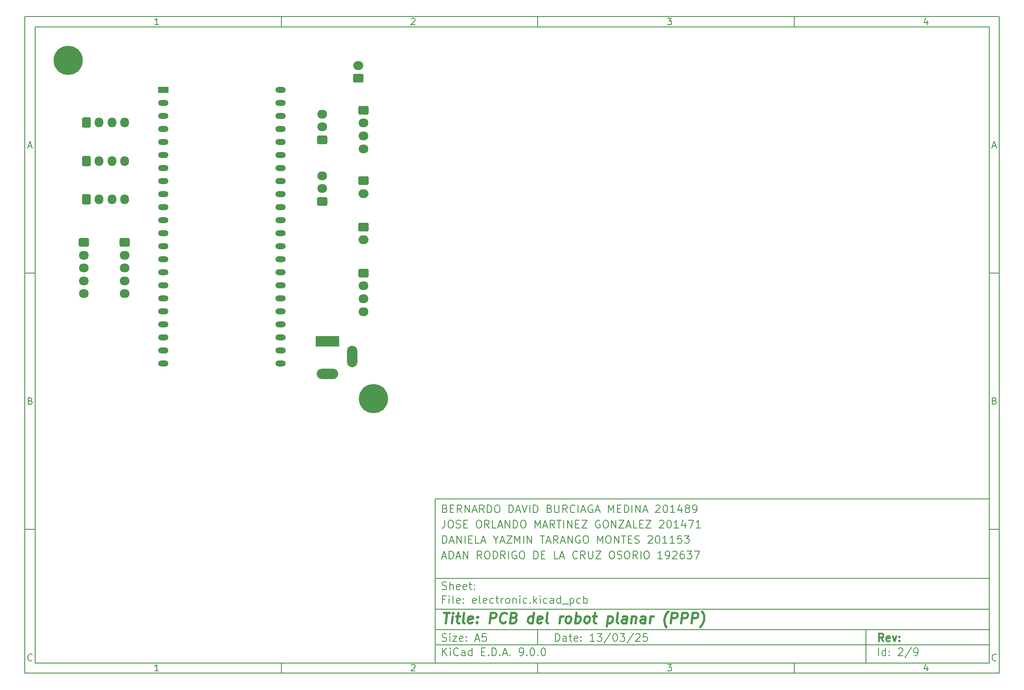
<source format=gbr>
%TF.GenerationSoftware,KiCad,Pcbnew,9.0.0*%
%TF.CreationDate,2025-03-13T19:48:29-06:00*%
%TF.ProjectId,electronic,656c6563-7472-46f6-9e69-632e6b696361,rev?*%
%TF.SameCoordinates,Original*%
%TF.FileFunction,Copper,L2,Bot*%
%TF.FilePolarity,Positive*%
%FSLAX46Y46*%
G04 Gerber Fmt 4.6, Leading zero omitted, Abs format (unit mm)*
G04 Created by KiCad (PCBNEW 9.0.0) date 2025-03-13 19:48:29*
%MOMM*%
%LPD*%
G01*
G04 APERTURE LIST*
G04 Aperture macros list*
%AMRoundRect*
0 Rectangle with rounded corners*
0 $1 Rounding radius*
0 $2 $3 $4 $5 $6 $7 $8 $9 X,Y pos of 4 corners*
0 Add a 4 corners polygon primitive as box body*
4,1,4,$2,$3,$4,$5,$6,$7,$8,$9,$2,$3,0*
0 Add four circle primitives for the rounded corners*
1,1,$1+$1,$2,$3*
1,1,$1+$1,$4,$5*
1,1,$1+$1,$6,$7*
1,1,$1+$1,$8,$9*
0 Add four rect primitives between the rounded corners*
20,1,$1+$1,$2,$3,$4,$5,0*
20,1,$1+$1,$4,$5,$6,$7,0*
20,1,$1+$1,$6,$7,$8,$9,0*
20,1,$1+$1,$8,$9,$2,$3,0*%
G04 Aperture macros list end*
%ADD10C,0.100000*%
%ADD11C,0.150000*%
%ADD12C,0.300000*%
%ADD13C,0.400000*%
%TA.AperFunction,ComponentPad*%
%ADD14RoundRect,0.250000X-0.725000X0.600000X-0.725000X-0.600000X0.725000X-0.600000X0.725000X0.600000X0*%
%TD*%
%TA.AperFunction,ComponentPad*%
%ADD15O,1.950000X1.700000*%
%TD*%
%TA.AperFunction,ComponentPad*%
%ADD16RoundRect,0.250000X-0.750000X0.600000X-0.750000X-0.600000X0.750000X-0.600000X0.750000X0.600000X0*%
%TD*%
%TA.AperFunction,ComponentPad*%
%ADD17O,2.000000X1.700000*%
%TD*%
%TA.AperFunction,ComponentPad*%
%ADD18RoundRect,0.250000X0.725000X-0.600000X0.725000X0.600000X-0.725000X0.600000X-0.725000X-0.600000X0*%
%TD*%
%TA.AperFunction,ComponentPad*%
%ADD19RoundRect,0.250000X-0.600000X-0.725000X0.600000X-0.725000X0.600000X0.725000X-0.600000X0.725000X0*%
%TD*%
%TA.AperFunction,ComponentPad*%
%ADD20O,1.700000X1.950000*%
%TD*%
%TA.AperFunction,ComponentPad*%
%ADD21R,4.600000X2.000000*%
%TD*%
%TA.AperFunction,ComponentPad*%
%ADD22O,4.200000X2.000000*%
%TD*%
%TA.AperFunction,ComponentPad*%
%ADD23O,2.000000X4.200000*%
%TD*%
%TA.AperFunction,ComponentPad*%
%ADD24R,2.000000X1.200000*%
%TD*%
%TA.AperFunction,ComponentPad*%
%ADD25O,2.000000X1.200000*%
%TD*%
%TA.AperFunction,ComponentPad*%
%ADD26C,3.600000*%
%TD*%
%TA.AperFunction,ConnectorPad*%
%ADD27C,5.700000*%
%TD*%
%TA.AperFunction,ComponentPad*%
%ADD28RoundRect,0.250000X0.750000X-0.600000X0.750000X0.600000X-0.750000X0.600000X-0.750000X-0.600000X0*%
%TD*%
G04 APERTURE END LIST*
D10*
D11*
X90007200Y-104005800D02*
X198007200Y-104005800D01*
X198007200Y-136005800D01*
X90007200Y-136005800D01*
X90007200Y-104005800D01*
D10*
D11*
X10000000Y-10000000D02*
X200007200Y-10000000D01*
X200007200Y-138005800D01*
X10000000Y-138005800D01*
X10000000Y-10000000D01*
D10*
D11*
X12000000Y-12000000D02*
X198007200Y-12000000D01*
X198007200Y-136005800D01*
X12000000Y-136005800D01*
X12000000Y-12000000D01*
D10*
D11*
X60000000Y-12000000D02*
X60000000Y-10000000D01*
D10*
D11*
X110000000Y-12000000D02*
X110000000Y-10000000D01*
D10*
D11*
X160000000Y-12000000D02*
X160000000Y-10000000D01*
D10*
D11*
X36089160Y-11593604D02*
X35346303Y-11593604D01*
X35717731Y-11593604D02*
X35717731Y-10293604D01*
X35717731Y-10293604D02*
X35593922Y-10479319D01*
X35593922Y-10479319D02*
X35470112Y-10603128D01*
X35470112Y-10603128D02*
X35346303Y-10665033D01*
D10*
D11*
X85346303Y-10417414D02*
X85408207Y-10355509D01*
X85408207Y-10355509D02*
X85532017Y-10293604D01*
X85532017Y-10293604D02*
X85841541Y-10293604D01*
X85841541Y-10293604D02*
X85965350Y-10355509D01*
X85965350Y-10355509D02*
X86027255Y-10417414D01*
X86027255Y-10417414D02*
X86089160Y-10541223D01*
X86089160Y-10541223D02*
X86089160Y-10665033D01*
X86089160Y-10665033D02*
X86027255Y-10850747D01*
X86027255Y-10850747D02*
X85284398Y-11593604D01*
X85284398Y-11593604D02*
X86089160Y-11593604D01*
D10*
D11*
X135284398Y-10293604D02*
X136089160Y-10293604D01*
X136089160Y-10293604D02*
X135655826Y-10788842D01*
X135655826Y-10788842D02*
X135841541Y-10788842D01*
X135841541Y-10788842D02*
X135965350Y-10850747D01*
X135965350Y-10850747D02*
X136027255Y-10912652D01*
X136027255Y-10912652D02*
X136089160Y-11036461D01*
X136089160Y-11036461D02*
X136089160Y-11345985D01*
X136089160Y-11345985D02*
X136027255Y-11469795D01*
X136027255Y-11469795D02*
X135965350Y-11531700D01*
X135965350Y-11531700D02*
X135841541Y-11593604D01*
X135841541Y-11593604D02*
X135470112Y-11593604D01*
X135470112Y-11593604D02*
X135346303Y-11531700D01*
X135346303Y-11531700D02*
X135284398Y-11469795D01*
D10*
D11*
X185965350Y-10726938D02*
X185965350Y-11593604D01*
X185655826Y-10231700D02*
X185346303Y-11160271D01*
X185346303Y-11160271D02*
X186151064Y-11160271D01*
D10*
D11*
X60000000Y-136005800D02*
X60000000Y-138005800D01*
D10*
D11*
X110000000Y-136005800D02*
X110000000Y-138005800D01*
D10*
D11*
X160000000Y-136005800D02*
X160000000Y-138005800D01*
D10*
D11*
X36089160Y-137599404D02*
X35346303Y-137599404D01*
X35717731Y-137599404D02*
X35717731Y-136299404D01*
X35717731Y-136299404D02*
X35593922Y-136485119D01*
X35593922Y-136485119D02*
X35470112Y-136608928D01*
X35470112Y-136608928D02*
X35346303Y-136670833D01*
D10*
D11*
X85346303Y-136423214D02*
X85408207Y-136361309D01*
X85408207Y-136361309D02*
X85532017Y-136299404D01*
X85532017Y-136299404D02*
X85841541Y-136299404D01*
X85841541Y-136299404D02*
X85965350Y-136361309D01*
X85965350Y-136361309D02*
X86027255Y-136423214D01*
X86027255Y-136423214D02*
X86089160Y-136547023D01*
X86089160Y-136547023D02*
X86089160Y-136670833D01*
X86089160Y-136670833D02*
X86027255Y-136856547D01*
X86027255Y-136856547D02*
X85284398Y-137599404D01*
X85284398Y-137599404D02*
X86089160Y-137599404D01*
D10*
D11*
X135284398Y-136299404D02*
X136089160Y-136299404D01*
X136089160Y-136299404D02*
X135655826Y-136794642D01*
X135655826Y-136794642D02*
X135841541Y-136794642D01*
X135841541Y-136794642D02*
X135965350Y-136856547D01*
X135965350Y-136856547D02*
X136027255Y-136918452D01*
X136027255Y-136918452D02*
X136089160Y-137042261D01*
X136089160Y-137042261D02*
X136089160Y-137351785D01*
X136089160Y-137351785D02*
X136027255Y-137475595D01*
X136027255Y-137475595D02*
X135965350Y-137537500D01*
X135965350Y-137537500D02*
X135841541Y-137599404D01*
X135841541Y-137599404D02*
X135470112Y-137599404D01*
X135470112Y-137599404D02*
X135346303Y-137537500D01*
X135346303Y-137537500D02*
X135284398Y-137475595D01*
D10*
D11*
X185965350Y-136732738D02*
X185965350Y-137599404D01*
X185655826Y-136237500D02*
X185346303Y-137166071D01*
X185346303Y-137166071D02*
X186151064Y-137166071D01*
D10*
D11*
X10000000Y-60000000D02*
X12000000Y-60000000D01*
D10*
D11*
X10000000Y-110000000D02*
X12000000Y-110000000D01*
D10*
D11*
X10690476Y-35222176D02*
X11309523Y-35222176D01*
X10566666Y-35593604D02*
X10999999Y-34293604D01*
X10999999Y-34293604D02*
X11433333Y-35593604D01*
D10*
D11*
X11092857Y-84912652D02*
X11278571Y-84974557D01*
X11278571Y-84974557D02*
X11340476Y-85036461D01*
X11340476Y-85036461D02*
X11402380Y-85160271D01*
X11402380Y-85160271D02*
X11402380Y-85345985D01*
X11402380Y-85345985D02*
X11340476Y-85469795D01*
X11340476Y-85469795D02*
X11278571Y-85531700D01*
X11278571Y-85531700D02*
X11154761Y-85593604D01*
X11154761Y-85593604D02*
X10659523Y-85593604D01*
X10659523Y-85593604D02*
X10659523Y-84293604D01*
X10659523Y-84293604D02*
X11092857Y-84293604D01*
X11092857Y-84293604D02*
X11216666Y-84355509D01*
X11216666Y-84355509D02*
X11278571Y-84417414D01*
X11278571Y-84417414D02*
X11340476Y-84541223D01*
X11340476Y-84541223D02*
X11340476Y-84665033D01*
X11340476Y-84665033D02*
X11278571Y-84788842D01*
X11278571Y-84788842D02*
X11216666Y-84850747D01*
X11216666Y-84850747D02*
X11092857Y-84912652D01*
X11092857Y-84912652D02*
X10659523Y-84912652D01*
D10*
D11*
X11402380Y-135469795D02*
X11340476Y-135531700D01*
X11340476Y-135531700D02*
X11154761Y-135593604D01*
X11154761Y-135593604D02*
X11030952Y-135593604D01*
X11030952Y-135593604D02*
X10845238Y-135531700D01*
X10845238Y-135531700D02*
X10721428Y-135407890D01*
X10721428Y-135407890D02*
X10659523Y-135284080D01*
X10659523Y-135284080D02*
X10597619Y-135036461D01*
X10597619Y-135036461D02*
X10597619Y-134850747D01*
X10597619Y-134850747D02*
X10659523Y-134603128D01*
X10659523Y-134603128D02*
X10721428Y-134479319D01*
X10721428Y-134479319D02*
X10845238Y-134355509D01*
X10845238Y-134355509D02*
X11030952Y-134293604D01*
X11030952Y-134293604D02*
X11154761Y-134293604D01*
X11154761Y-134293604D02*
X11340476Y-134355509D01*
X11340476Y-134355509D02*
X11402380Y-134417414D01*
D10*
D11*
X200007200Y-60000000D02*
X198007200Y-60000000D01*
D10*
D11*
X200007200Y-110000000D02*
X198007200Y-110000000D01*
D10*
D11*
X198697676Y-35222176D02*
X199316723Y-35222176D01*
X198573866Y-35593604D02*
X199007199Y-34293604D01*
X199007199Y-34293604D02*
X199440533Y-35593604D01*
D10*
D11*
X199100057Y-84912652D02*
X199285771Y-84974557D01*
X199285771Y-84974557D02*
X199347676Y-85036461D01*
X199347676Y-85036461D02*
X199409580Y-85160271D01*
X199409580Y-85160271D02*
X199409580Y-85345985D01*
X199409580Y-85345985D02*
X199347676Y-85469795D01*
X199347676Y-85469795D02*
X199285771Y-85531700D01*
X199285771Y-85531700D02*
X199161961Y-85593604D01*
X199161961Y-85593604D02*
X198666723Y-85593604D01*
X198666723Y-85593604D02*
X198666723Y-84293604D01*
X198666723Y-84293604D02*
X199100057Y-84293604D01*
X199100057Y-84293604D02*
X199223866Y-84355509D01*
X199223866Y-84355509D02*
X199285771Y-84417414D01*
X199285771Y-84417414D02*
X199347676Y-84541223D01*
X199347676Y-84541223D02*
X199347676Y-84665033D01*
X199347676Y-84665033D02*
X199285771Y-84788842D01*
X199285771Y-84788842D02*
X199223866Y-84850747D01*
X199223866Y-84850747D02*
X199100057Y-84912652D01*
X199100057Y-84912652D02*
X198666723Y-84912652D01*
D10*
D11*
X199409580Y-135469795D02*
X199347676Y-135531700D01*
X199347676Y-135531700D02*
X199161961Y-135593604D01*
X199161961Y-135593604D02*
X199038152Y-135593604D01*
X199038152Y-135593604D02*
X198852438Y-135531700D01*
X198852438Y-135531700D02*
X198728628Y-135407890D01*
X198728628Y-135407890D02*
X198666723Y-135284080D01*
X198666723Y-135284080D02*
X198604819Y-135036461D01*
X198604819Y-135036461D02*
X198604819Y-134850747D01*
X198604819Y-134850747D02*
X198666723Y-134603128D01*
X198666723Y-134603128D02*
X198728628Y-134479319D01*
X198728628Y-134479319D02*
X198852438Y-134355509D01*
X198852438Y-134355509D02*
X199038152Y-134293604D01*
X199038152Y-134293604D02*
X199161961Y-134293604D01*
X199161961Y-134293604D02*
X199347676Y-134355509D01*
X199347676Y-134355509D02*
X199409580Y-134417414D01*
D10*
D11*
X113463026Y-131791928D02*
X113463026Y-130291928D01*
X113463026Y-130291928D02*
X113820169Y-130291928D01*
X113820169Y-130291928D02*
X114034455Y-130363357D01*
X114034455Y-130363357D02*
X114177312Y-130506214D01*
X114177312Y-130506214D02*
X114248741Y-130649071D01*
X114248741Y-130649071D02*
X114320169Y-130934785D01*
X114320169Y-130934785D02*
X114320169Y-131149071D01*
X114320169Y-131149071D02*
X114248741Y-131434785D01*
X114248741Y-131434785D02*
X114177312Y-131577642D01*
X114177312Y-131577642D02*
X114034455Y-131720500D01*
X114034455Y-131720500D02*
X113820169Y-131791928D01*
X113820169Y-131791928D02*
X113463026Y-131791928D01*
X115605884Y-131791928D02*
X115605884Y-131006214D01*
X115605884Y-131006214D02*
X115534455Y-130863357D01*
X115534455Y-130863357D02*
X115391598Y-130791928D01*
X115391598Y-130791928D02*
X115105884Y-130791928D01*
X115105884Y-130791928D02*
X114963026Y-130863357D01*
X115605884Y-131720500D02*
X115463026Y-131791928D01*
X115463026Y-131791928D02*
X115105884Y-131791928D01*
X115105884Y-131791928D02*
X114963026Y-131720500D01*
X114963026Y-131720500D02*
X114891598Y-131577642D01*
X114891598Y-131577642D02*
X114891598Y-131434785D01*
X114891598Y-131434785D02*
X114963026Y-131291928D01*
X114963026Y-131291928D02*
X115105884Y-131220500D01*
X115105884Y-131220500D02*
X115463026Y-131220500D01*
X115463026Y-131220500D02*
X115605884Y-131149071D01*
X116105884Y-130791928D02*
X116677312Y-130791928D01*
X116320169Y-130291928D02*
X116320169Y-131577642D01*
X116320169Y-131577642D02*
X116391598Y-131720500D01*
X116391598Y-131720500D02*
X116534455Y-131791928D01*
X116534455Y-131791928D02*
X116677312Y-131791928D01*
X117748741Y-131720500D02*
X117605884Y-131791928D01*
X117605884Y-131791928D02*
X117320170Y-131791928D01*
X117320170Y-131791928D02*
X117177312Y-131720500D01*
X117177312Y-131720500D02*
X117105884Y-131577642D01*
X117105884Y-131577642D02*
X117105884Y-131006214D01*
X117105884Y-131006214D02*
X117177312Y-130863357D01*
X117177312Y-130863357D02*
X117320170Y-130791928D01*
X117320170Y-130791928D02*
X117605884Y-130791928D01*
X117605884Y-130791928D02*
X117748741Y-130863357D01*
X117748741Y-130863357D02*
X117820170Y-131006214D01*
X117820170Y-131006214D02*
X117820170Y-131149071D01*
X117820170Y-131149071D02*
X117105884Y-131291928D01*
X118463026Y-131649071D02*
X118534455Y-131720500D01*
X118534455Y-131720500D02*
X118463026Y-131791928D01*
X118463026Y-131791928D02*
X118391598Y-131720500D01*
X118391598Y-131720500D02*
X118463026Y-131649071D01*
X118463026Y-131649071D02*
X118463026Y-131791928D01*
X118463026Y-130863357D02*
X118534455Y-130934785D01*
X118534455Y-130934785D02*
X118463026Y-131006214D01*
X118463026Y-131006214D02*
X118391598Y-130934785D01*
X118391598Y-130934785D02*
X118463026Y-130863357D01*
X118463026Y-130863357D02*
X118463026Y-131006214D01*
X121105884Y-131791928D02*
X120248741Y-131791928D01*
X120677312Y-131791928D02*
X120677312Y-130291928D01*
X120677312Y-130291928D02*
X120534455Y-130506214D01*
X120534455Y-130506214D02*
X120391598Y-130649071D01*
X120391598Y-130649071D02*
X120248741Y-130720500D01*
X121605883Y-130291928D02*
X122534455Y-130291928D01*
X122534455Y-130291928D02*
X122034455Y-130863357D01*
X122034455Y-130863357D02*
X122248740Y-130863357D01*
X122248740Y-130863357D02*
X122391598Y-130934785D01*
X122391598Y-130934785D02*
X122463026Y-131006214D01*
X122463026Y-131006214D02*
X122534455Y-131149071D01*
X122534455Y-131149071D02*
X122534455Y-131506214D01*
X122534455Y-131506214D02*
X122463026Y-131649071D01*
X122463026Y-131649071D02*
X122391598Y-131720500D01*
X122391598Y-131720500D02*
X122248740Y-131791928D01*
X122248740Y-131791928D02*
X121820169Y-131791928D01*
X121820169Y-131791928D02*
X121677312Y-131720500D01*
X121677312Y-131720500D02*
X121605883Y-131649071D01*
X124248740Y-130220500D02*
X122963026Y-132149071D01*
X125034455Y-130291928D02*
X125177312Y-130291928D01*
X125177312Y-130291928D02*
X125320169Y-130363357D01*
X125320169Y-130363357D02*
X125391598Y-130434785D01*
X125391598Y-130434785D02*
X125463026Y-130577642D01*
X125463026Y-130577642D02*
X125534455Y-130863357D01*
X125534455Y-130863357D02*
X125534455Y-131220500D01*
X125534455Y-131220500D02*
X125463026Y-131506214D01*
X125463026Y-131506214D02*
X125391598Y-131649071D01*
X125391598Y-131649071D02*
X125320169Y-131720500D01*
X125320169Y-131720500D02*
X125177312Y-131791928D01*
X125177312Y-131791928D02*
X125034455Y-131791928D01*
X125034455Y-131791928D02*
X124891598Y-131720500D01*
X124891598Y-131720500D02*
X124820169Y-131649071D01*
X124820169Y-131649071D02*
X124748740Y-131506214D01*
X124748740Y-131506214D02*
X124677312Y-131220500D01*
X124677312Y-131220500D02*
X124677312Y-130863357D01*
X124677312Y-130863357D02*
X124748740Y-130577642D01*
X124748740Y-130577642D02*
X124820169Y-130434785D01*
X124820169Y-130434785D02*
X124891598Y-130363357D01*
X124891598Y-130363357D02*
X125034455Y-130291928D01*
X126034454Y-130291928D02*
X126963026Y-130291928D01*
X126963026Y-130291928D02*
X126463026Y-130863357D01*
X126463026Y-130863357D02*
X126677311Y-130863357D01*
X126677311Y-130863357D02*
X126820169Y-130934785D01*
X126820169Y-130934785D02*
X126891597Y-131006214D01*
X126891597Y-131006214D02*
X126963026Y-131149071D01*
X126963026Y-131149071D02*
X126963026Y-131506214D01*
X126963026Y-131506214D02*
X126891597Y-131649071D01*
X126891597Y-131649071D02*
X126820169Y-131720500D01*
X126820169Y-131720500D02*
X126677311Y-131791928D01*
X126677311Y-131791928D02*
X126248740Y-131791928D01*
X126248740Y-131791928D02*
X126105883Y-131720500D01*
X126105883Y-131720500D02*
X126034454Y-131649071D01*
X128677311Y-130220500D02*
X127391597Y-132149071D01*
X129105883Y-130434785D02*
X129177311Y-130363357D01*
X129177311Y-130363357D02*
X129320169Y-130291928D01*
X129320169Y-130291928D02*
X129677311Y-130291928D01*
X129677311Y-130291928D02*
X129820169Y-130363357D01*
X129820169Y-130363357D02*
X129891597Y-130434785D01*
X129891597Y-130434785D02*
X129963026Y-130577642D01*
X129963026Y-130577642D02*
X129963026Y-130720500D01*
X129963026Y-130720500D02*
X129891597Y-130934785D01*
X129891597Y-130934785D02*
X129034454Y-131791928D01*
X129034454Y-131791928D02*
X129963026Y-131791928D01*
X131320168Y-130291928D02*
X130605882Y-130291928D01*
X130605882Y-130291928D02*
X130534454Y-131006214D01*
X130534454Y-131006214D02*
X130605882Y-130934785D01*
X130605882Y-130934785D02*
X130748740Y-130863357D01*
X130748740Y-130863357D02*
X131105882Y-130863357D01*
X131105882Y-130863357D02*
X131248740Y-130934785D01*
X131248740Y-130934785D02*
X131320168Y-131006214D01*
X131320168Y-131006214D02*
X131391597Y-131149071D01*
X131391597Y-131149071D02*
X131391597Y-131506214D01*
X131391597Y-131506214D02*
X131320168Y-131649071D01*
X131320168Y-131649071D02*
X131248740Y-131720500D01*
X131248740Y-131720500D02*
X131105882Y-131791928D01*
X131105882Y-131791928D02*
X130748740Y-131791928D01*
X130748740Y-131791928D02*
X130605882Y-131720500D01*
X130605882Y-131720500D02*
X130534454Y-131649071D01*
D10*
D11*
X90007200Y-132505800D02*
X198007200Y-132505800D01*
D10*
D11*
X91463026Y-134591928D02*
X91463026Y-133091928D01*
X92320169Y-134591928D02*
X91677312Y-133734785D01*
X92320169Y-133091928D02*
X91463026Y-133949071D01*
X92963026Y-134591928D02*
X92963026Y-133591928D01*
X92963026Y-133091928D02*
X92891598Y-133163357D01*
X92891598Y-133163357D02*
X92963026Y-133234785D01*
X92963026Y-133234785D02*
X93034455Y-133163357D01*
X93034455Y-133163357D02*
X92963026Y-133091928D01*
X92963026Y-133091928D02*
X92963026Y-133234785D01*
X94534455Y-134449071D02*
X94463027Y-134520500D01*
X94463027Y-134520500D02*
X94248741Y-134591928D01*
X94248741Y-134591928D02*
X94105884Y-134591928D01*
X94105884Y-134591928D02*
X93891598Y-134520500D01*
X93891598Y-134520500D02*
X93748741Y-134377642D01*
X93748741Y-134377642D02*
X93677312Y-134234785D01*
X93677312Y-134234785D02*
X93605884Y-133949071D01*
X93605884Y-133949071D02*
X93605884Y-133734785D01*
X93605884Y-133734785D02*
X93677312Y-133449071D01*
X93677312Y-133449071D02*
X93748741Y-133306214D01*
X93748741Y-133306214D02*
X93891598Y-133163357D01*
X93891598Y-133163357D02*
X94105884Y-133091928D01*
X94105884Y-133091928D02*
X94248741Y-133091928D01*
X94248741Y-133091928D02*
X94463027Y-133163357D01*
X94463027Y-133163357D02*
X94534455Y-133234785D01*
X95820170Y-134591928D02*
X95820170Y-133806214D01*
X95820170Y-133806214D02*
X95748741Y-133663357D01*
X95748741Y-133663357D02*
X95605884Y-133591928D01*
X95605884Y-133591928D02*
X95320170Y-133591928D01*
X95320170Y-133591928D02*
X95177312Y-133663357D01*
X95820170Y-134520500D02*
X95677312Y-134591928D01*
X95677312Y-134591928D02*
X95320170Y-134591928D01*
X95320170Y-134591928D02*
X95177312Y-134520500D01*
X95177312Y-134520500D02*
X95105884Y-134377642D01*
X95105884Y-134377642D02*
X95105884Y-134234785D01*
X95105884Y-134234785D02*
X95177312Y-134091928D01*
X95177312Y-134091928D02*
X95320170Y-134020500D01*
X95320170Y-134020500D02*
X95677312Y-134020500D01*
X95677312Y-134020500D02*
X95820170Y-133949071D01*
X97177313Y-134591928D02*
X97177313Y-133091928D01*
X97177313Y-134520500D02*
X97034455Y-134591928D01*
X97034455Y-134591928D02*
X96748741Y-134591928D01*
X96748741Y-134591928D02*
X96605884Y-134520500D01*
X96605884Y-134520500D02*
X96534455Y-134449071D01*
X96534455Y-134449071D02*
X96463027Y-134306214D01*
X96463027Y-134306214D02*
X96463027Y-133877642D01*
X96463027Y-133877642D02*
X96534455Y-133734785D01*
X96534455Y-133734785D02*
X96605884Y-133663357D01*
X96605884Y-133663357D02*
X96748741Y-133591928D01*
X96748741Y-133591928D02*
X97034455Y-133591928D01*
X97034455Y-133591928D02*
X97177313Y-133663357D01*
X99034455Y-133806214D02*
X99534455Y-133806214D01*
X99748741Y-134591928D02*
X99034455Y-134591928D01*
X99034455Y-134591928D02*
X99034455Y-133091928D01*
X99034455Y-133091928D02*
X99748741Y-133091928D01*
X100391598Y-134449071D02*
X100463027Y-134520500D01*
X100463027Y-134520500D02*
X100391598Y-134591928D01*
X100391598Y-134591928D02*
X100320170Y-134520500D01*
X100320170Y-134520500D02*
X100391598Y-134449071D01*
X100391598Y-134449071D02*
X100391598Y-134591928D01*
X101105884Y-134591928D02*
X101105884Y-133091928D01*
X101105884Y-133091928D02*
X101463027Y-133091928D01*
X101463027Y-133091928D02*
X101677313Y-133163357D01*
X101677313Y-133163357D02*
X101820170Y-133306214D01*
X101820170Y-133306214D02*
X101891599Y-133449071D01*
X101891599Y-133449071D02*
X101963027Y-133734785D01*
X101963027Y-133734785D02*
X101963027Y-133949071D01*
X101963027Y-133949071D02*
X101891599Y-134234785D01*
X101891599Y-134234785D02*
X101820170Y-134377642D01*
X101820170Y-134377642D02*
X101677313Y-134520500D01*
X101677313Y-134520500D02*
X101463027Y-134591928D01*
X101463027Y-134591928D02*
X101105884Y-134591928D01*
X102605884Y-134449071D02*
X102677313Y-134520500D01*
X102677313Y-134520500D02*
X102605884Y-134591928D01*
X102605884Y-134591928D02*
X102534456Y-134520500D01*
X102534456Y-134520500D02*
X102605884Y-134449071D01*
X102605884Y-134449071D02*
X102605884Y-134591928D01*
X103248742Y-134163357D02*
X103963028Y-134163357D01*
X103105885Y-134591928D02*
X103605885Y-133091928D01*
X103605885Y-133091928D02*
X104105885Y-134591928D01*
X104605884Y-134449071D02*
X104677313Y-134520500D01*
X104677313Y-134520500D02*
X104605884Y-134591928D01*
X104605884Y-134591928D02*
X104534456Y-134520500D01*
X104534456Y-134520500D02*
X104605884Y-134449071D01*
X104605884Y-134449071D02*
X104605884Y-134591928D01*
X106534456Y-134591928D02*
X106820170Y-134591928D01*
X106820170Y-134591928D02*
X106963027Y-134520500D01*
X106963027Y-134520500D02*
X107034456Y-134449071D01*
X107034456Y-134449071D02*
X107177313Y-134234785D01*
X107177313Y-134234785D02*
X107248742Y-133949071D01*
X107248742Y-133949071D02*
X107248742Y-133377642D01*
X107248742Y-133377642D02*
X107177313Y-133234785D01*
X107177313Y-133234785D02*
X107105885Y-133163357D01*
X107105885Y-133163357D02*
X106963027Y-133091928D01*
X106963027Y-133091928D02*
X106677313Y-133091928D01*
X106677313Y-133091928D02*
X106534456Y-133163357D01*
X106534456Y-133163357D02*
X106463027Y-133234785D01*
X106463027Y-133234785D02*
X106391599Y-133377642D01*
X106391599Y-133377642D02*
X106391599Y-133734785D01*
X106391599Y-133734785D02*
X106463027Y-133877642D01*
X106463027Y-133877642D02*
X106534456Y-133949071D01*
X106534456Y-133949071D02*
X106677313Y-134020500D01*
X106677313Y-134020500D02*
X106963027Y-134020500D01*
X106963027Y-134020500D02*
X107105885Y-133949071D01*
X107105885Y-133949071D02*
X107177313Y-133877642D01*
X107177313Y-133877642D02*
X107248742Y-133734785D01*
X107891598Y-134449071D02*
X107963027Y-134520500D01*
X107963027Y-134520500D02*
X107891598Y-134591928D01*
X107891598Y-134591928D02*
X107820170Y-134520500D01*
X107820170Y-134520500D02*
X107891598Y-134449071D01*
X107891598Y-134449071D02*
X107891598Y-134591928D01*
X108891599Y-133091928D02*
X109034456Y-133091928D01*
X109034456Y-133091928D02*
X109177313Y-133163357D01*
X109177313Y-133163357D02*
X109248742Y-133234785D01*
X109248742Y-133234785D02*
X109320170Y-133377642D01*
X109320170Y-133377642D02*
X109391599Y-133663357D01*
X109391599Y-133663357D02*
X109391599Y-134020500D01*
X109391599Y-134020500D02*
X109320170Y-134306214D01*
X109320170Y-134306214D02*
X109248742Y-134449071D01*
X109248742Y-134449071D02*
X109177313Y-134520500D01*
X109177313Y-134520500D02*
X109034456Y-134591928D01*
X109034456Y-134591928D02*
X108891599Y-134591928D01*
X108891599Y-134591928D02*
X108748742Y-134520500D01*
X108748742Y-134520500D02*
X108677313Y-134449071D01*
X108677313Y-134449071D02*
X108605884Y-134306214D01*
X108605884Y-134306214D02*
X108534456Y-134020500D01*
X108534456Y-134020500D02*
X108534456Y-133663357D01*
X108534456Y-133663357D02*
X108605884Y-133377642D01*
X108605884Y-133377642D02*
X108677313Y-133234785D01*
X108677313Y-133234785D02*
X108748742Y-133163357D01*
X108748742Y-133163357D02*
X108891599Y-133091928D01*
X110034455Y-134449071D02*
X110105884Y-134520500D01*
X110105884Y-134520500D02*
X110034455Y-134591928D01*
X110034455Y-134591928D02*
X109963027Y-134520500D01*
X109963027Y-134520500D02*
X110034455Y-134449071D01*
X110034455Y-134449071D02*
X110034455Y-134591928D01*
X111034456Y-133091928D02*
X111177313Y-133091928D01*
X111177313Y-133091928D02*
X111320170Y-133163357D01*
X111320170Y-133163357D02*
X111391599Y-133234785D01*
X111391599Y-133234785D02*
X111463027Y-133377642D01*
X111463027Y-133377642D02*
X111534456Y-133663357D01*
X111534456Y-133663357D02*
X111534456Y-134020500D01*
X111534456Y-134020500D02*
X111463027Y-134306214D01*
X111463027Y-134306214D02*
X111391599Y-134449071D01*
X111391599Y-134449071D02*
X111320170Y-134520500D01*
X111320170Y-134520500D02*
X111177313Y-134591928D01*
X111177313Y-134591928D02*
X111034456Y-134591928D01*
X111034456Y-134591928D02*
X110891599Y-134520500D01*
X110891599Y-134520500D02*
X110820170Y-134449071D01*
X110820170Y-134449071D02*
X110748741Y-134306214D01*
X110748741Y-134306214D02*
X110677313Y-134020500D01*
X110677313Y-134020500D02*
X110677313Y-133663357D01*
X110677313Y-133663357D02*
X110748741Y-133377642D01*
X110748741Y-133377642D02*
X110820170Y-133234785D01*
X110820170Y-133234785D02*
X110891599Y-133163357D01*
X110891599Y-133163357D02*
X111034456Y-133091928D01*
D10*
D11*
X90007200Y-129505800D02*
X198007200Y-129505800D01*
D10*
D12*
X177418853Y-131784128D02*
X176918853Y-131069842D01*
X176561710Y-131784128D02*
X176561710Y-130284128D01*
X176561710Y-130284128D02*
X177133139Y-130284128D01*
X177133139Y-130284128D02*
X177275996Y-130355557D01*
X177275996Y-130355557D02*
X177347425Y-130426985D01*
X177347425Y-130426985D02*
X177418853Y-130569842D01*
X177418853Y-130569842D02*
X177418853Y-130784128D01*
X177418853Y-130784128D02*
X177347425Y-130926985D01*
X177347425Y-130926985D02*
X177275996Y-130998414D01*
X177275996Y-130998414D02*
X177133139Y-131069842D01*
X177133139Y-131069842D02*
X176561710Y-131069842D01*
X178633139Y-131712700D02*
X178490282Y-131784128D01*
X178490282Y-131784128D02*
X178204568Y-131784128D01*
X178204568Y-131784128D02*
X178061710Y-131712700D01*
X178061710Y-131712700D02*
X177990282Y-131569842D01*
X177990282Y-131569842D02*
X177990282Y-130998414D01*
X177990282Y-130998414D02*
X178061710Y-130855557D01*
X178061710Y-130855557D02*
X178204568Y-130784128D01*
X178204568Y-130784128D02*
X178490282Y-130784128D01*
X178490282Y-130784128D02*
X178633139Y-130855557D01*
X178633139Y-130855557D02*
X178704568Y-130998414D01*
X178704568Y-130998414D02*
X178704568Y-131141271D01*
X178704568Y-131141271D02*
X177990282Y-131284128D01*
X179204567Y-130784128D02*
X179561710Y-131784128D01*
X179561710Y-131784128D02*
X179918853Y-130784128D01*
X180490281Y-131641271D02*
X180561710Y-131712700D01*
X180561710Y-131712700D02*
X180490281Y-131784128D01*
X180490281Y-131784128D02*
X180418853Y-131712700D01*
X180418853Y-131712700D02*
X180490281Y-131641271D01*
X180490281Y-131641271D02*
X180490281Y-131784128D01*
X180490281Y-130855557D02*
X180561710Y-130926985D01*
X180561710Y-130926985D02*
X180490281Y-130998414D01*
X180490281Y-130998414D02*
X180418853Y-130926985D01*
X180418853Y-130926985D02*
X180490281Y-130855557D01*
X180490281Y-130855557D02*
X180490281Y-130998414D01*
D10*
D11*
X91391598Y-131720500D02*
X91605884Y-131791928D01*
X91605884Y-131791928D02*
X91963026Y-131791928D01*
X91963026Y-131791928D02*
X92105884Y-131720500D01*
X92105884Y-131720500D02*
X92177312Y-131649071D01*
X92177312Y-131649071D02*
X92248741Y-131506214D01*
X92248741Y-131506214D02*
X92248741Y-131363357D01*
X92248741Y-131363357D02*
X92177312Y-131220500D01*
X92177312Y-131220500D02*
X92105884Y-131149071D01*
X92105884Y-131149071D02*
X91963026Y-131077642D01*
X91963026Y-131077642D02*
X91677312Y-131006214D01*
X91677312Y-131006214D02*
X91534455Y-130934785D01*
X91534455Y-130934785D02*
X91463026Y-130863357D01*
X91463026Y-130863357D02*
X91391598Y-130720500D01*
X91391598Y-130720500D02*
X91391598Y-130577642D01*
X91391598Y-130577642D02*
X91463026Y-130434785D01*
X91463026Y-130434785D02*
X91534455Y-130363357D01*
X91534455Y-130363357D02*
X91677312Y-130291928D01*
X91677312Y-130291928D02*
X92034455Y-130291928D01*
X92034455Y-130291928D02*
X92248741Y-130363357D01*
X92891597Y-131791928D02*
X92891597Y-130791928D01*
X92891597Y-130291928D02*
X92820169Y-130363357D01*
X92820169Y-130363357D02*
X92891597Y-130434785D01*
X92891597Y-130434785D02*
X92963026Y-130363357D01*
X92963026Y-130363357D02*
X92891597Y-130291928D01*
X92891597Y-130291928D02*
X92891597Y-130434785D01*
X93463026Y-130791928D02*
X94248741Y-130791928D01*
X94248741Y-130791928D02*
X93463026Y-131791928D01*
X93463026Y-131791928D02*
X94248741Y-131791928D01*
X95391598Y-131720500D02*
X95248741Y-131791928D01*
X95248741Y-131791928D02*
X94963027Y-131791928D01*
X94963027Y-131791928D02*
X94820169Y-131720500D01*
X94820169Y-131720500D02*
X94748741Y-131577642D01*
X94748741Y-131577642D02*
X94748741Y-131006214D01*
X94748741Y-131006214D02*
X94820169Y-130863357D01*
X94820169Y-130863357D02*
X94963027Y-130791928D01*
X94963027Y-130791928D02*
X95248741Y-130791928D01*
X95248741Y-130791928D02*
X95391598Y-130863357D01*
X95391598Y-130863357D02*
X95463027Y-131006214D01*
X95463027Y-131006214D02*
X95463027Y-131149071D01*
X95463027Y-131149071D02*
X94748741Y-131291928D01*
X96105883Y-131649071D02*
X96177312Y-131720500D01*
X96177312Y-131720500D02*
X96105883Y-131791928D01*
X96105883Y-131791928D02*
X96034455Y-131720500D01*
X96034455Y-131720500D02*
X96105883Y-131649071D01*
X96105883Y-131649071D02*
X96105883Y-131791928D01*
X96105883Y-130863357D02*
X96177312Y-130934785D01*
X96177312Y-130934785D02*
X96105883Y-131006214D01*
X96105883Y-131006214D02*
X96034455Y-130934785D01*
X96034455Y-130934785D02*
X96105883Y-130863357D01*
X96105883Y-130863357D02*
X96105883Y-131006214D01*
X97891598Y-131363357D02*
X98605884Y-131363357D01*
X97748741Y-131791928D02*
X98248741Y-130291928D01*
X98248741Y-130291928D02*
X98748741Y-131791928D01*
X99963026Y-130291928D02*
X99248740Y-130291928D01*
X99248740Y-130291928D02*
X99177312Y-131006214D01*
X99177312Y-131006214D02*
X99248740Y-130934785D01*
X99248740Y-130934785D02*
X99391598Y-130863357D01*
X99391598Y-130863357D02*
X99748740Y-130863357D01*
X99748740Y-130863357D02*
X99891598Y-130934785D01*
X99891598Y-130934785D02*
X99963026Y-131006214D01*
X99963026Y-131006214D02*
X100034455Y-131149071D01*
X100034455Y-131149071D02*
X100034455Y-131506214D01*
X100034455Y-131506214D02*
X99963026Y-131649071D01*
X99963026Y-131649071D02*
X99891598Y-131720500D01*
X99891598Y-131720500D02*
X99748740Y-131791928D01*
X99748740Y-131791928D02*
X99391598Y-131791928D01*
X99391598Y-131791928D02*
X99248740Y-131720500D01*
X99248740Y-131720500D02*
X99177312Y-131649071D01*
D10*
D11*
X176463026Y-134591928D02*
X176463026Y-133091928D01*
X177820170Y-134591928D02*
X177820170Y-133091928D01*
X177820170Y-134520500D02*
X177677312Y-134591928D01*
X177677312Y-134591928D02*
X177391598Y-134591928D01*
X177391598Y-134591928D02*
X177248741Y-134520500D01*
X177248741Y-134520500D02*
X177177312Y-134449071D01*
X177177312Y-134449071D02*
X177105884Y-134306214D01*
X177105884Y-134306214D02*
X177105884Y-133877642D01*
X177105884Y-133877642D02*
X177177312Y-133734785D01*
X177177312Y-133734785D02*
X177248741Y-133663357D01*
X177248741Y-133663357D02*
X177391598Y-133591928D01*
X177391598Y-133591928D02*
X177677312Y-133591928D01*
X177677312Y-133591928D02*
X177820170Y-133663357D01*
X178534455Y-134449071D02*
X178605884Y-134520500D01*
X178605884Y-134520500D02*
X178534455Y-134591928D01*
X178534455Y-134591928D02*
X178463027Y-134520500D01*
X178463027Y-134520500D02*
X178534455Y-134449071D01*
X178534455Y-134449071D02*
X178534455Y-134591928D01*
X178534455Y-133663357D02*
X178605884Y-133734785D01*
X178605884Y-133734785D02*
X178534455Y-133806214D01*
X178534455Y-133806214D02*
X178463027Y-133734785D01*
X178463027Y-133734785D02*
X178534455Y-133663357D01*
X178534455Y-133663357D02*
X178534455Y-133806214D01*
X180320170Y-133234785D02*
X180391598Y-133163357D01*
X180391598Y-133163357D02*
X180534456Y-133091928D01*
X180534456Y-133091928D02*
X180891598Y-133091928D01*
X180891598Y-133091928D02*
X181034456Y-133163357D01*
X181034456Y-133163357D02*
X181105884Y-133234785D01*
X181105884Y-133234785D02*
X181177313Y-133377642D01*
X181177313Y-133377642D02*
X181177313Y-133520500D01*
X181177313Y-133520500D02*
X181105884Y-133734785D01*
X181105884Y-133734785D02*
X180248741Y-134591928D01*
X180248741Y-134591928D02*
X181177313Y-134591928D01*
X182891598Y-133020500D02*
X181605884Y-134949071D01*
X183463027Y-134591928D02*
X183748741Y-134591928D01*
X183748741Y-134591928D02*
X183891598Y-134520500D01*
X183891598Y-134520500D02*
X183963027Y-134449071D01*
X183963027Y-134449071D02*
X184105884Y-134234785D01*
X184105884Y-134234785D02*
X184177313Y-133949071D01*
X184177313Y-133949071D02*
X184177313Y-133377642D01*
X184177313Y-133377642D02*
X184105884Y-133234785D01*
X184105884Y-133234785D02*
X184034456Y-133163357D01*
X184034456Y-133163357D02*
X183891598Y-133091928D01*
X183891598Y-133091928D02*
X183605884Y-133091928D01*
X183605884Y-133091928D02*
X183463027Y-133163357D01*
X183463027Y-133163357D02*
X183391598Y-133234785D01*
X183391598Y-133234785D02*
X183320170Y-133377642D01*
X183320170Y-133377642D02*
X183320170Y-133734785D01*
X183320170Y-133734785D02*
X183391598Y-133877642D01*
X183391598Y-133877642D02*
X183463027Y-133949071D01*
X183463027Y-133949071D02*
X183605884Y-134020500D01*
X183605884Y-134020500D02*
X183891598Y-134020500D01*
X183891598Y-134020500D02*
X184034456Y-133949071D01*
X184034456Y-133949071D02*
X184105884Y-133877642D01*
X184105884Y-133877642D02*
X184177313Y-133734785D01*
D10*
D11*
X90007200Y-125505800D02*
X198007200Y-125505800D01*
D10*
D13*
X91698928Y-126210238D02*
X92841785Y-126210238D01*
X92020357Y-128210238D02*
X92270357Y-126210238D01*
X93258452Y-128210238D02*
X93425119Y-126876904D01*
X93508452Y-126210238D02*
X93401309Y-126305476D01*
X93401309Y-126305476D02*
X93484643Y-126400714D01*
X93484643Y-126400714D02*
X93591786Y-126305476D01*
X93591786Y-126305476D02*
X93508452Y-126210238D01*
X93508452Y-126210238D02*
X93484643Y-126400714D01*
X94091786Y-126876904D02*
X94853690Y-126876904D01*
X94460833Y-126210238D02*
X94246548Y-127924523D01*
X94246548Y-127924523D02*
X94317976Y-128115000D01*
X94317976Y-128115000D02*
X94496548Y-128210238D01*
X94496548Y-128210238D02*
X94687024Y-128210238D01*
X95639405Y-128210238D02*
X95460833Y-128115000D01*
X95460833Y-128115000D02*
X95389405Y-127924523D01*
X95389405Y-127924523D02*
X95603690Y-126210238D01*
X97175119Y-128115000D02*
X96972738Y-128210238D01*
X96972738Y-128210238D02*
X96591785Y-128210238D01*
X96591785Y-128210238D02*
X96413214Y-128115000D01*
X96413214Y-128115000D02*
X96341785Y-127924523D01*
X96341785Y-127924523D02*
X96437024Y-127162619D01*
X96437024Y-127162619D02*
X96556071Y-126972142D01*
X96556071Y-126972142D02*
X96758452Y-126876904D01*
X96758452Y-126876904D02*
X97139404Y-126876904D01*
X97139404Y-126876904D02*
X97317976Y-126972142D01*
X97317976Y-126972142D02*
X97389404Y-127162619D01*
X97389404Y-127162619D02*
X97365595Y-127353095D01*
X97365595Y-127353095D02*
X96389404Y-127543571D01*
X98139405Y-128019761D02*
X98222738Y-128115000D01*
X98222738Y-128115000D02*
X98115595Y-128210238D01*
X98115595Y-128210238D02*
X98032262Y-128115000D01*
X98032262Y-128115000D02*
X98139405Y-128019761D01*
X98139405Y-128019761D02*
X98115595Y-128210238D01*
X98270357Y-126972142D02*
X98353690Y-127067380D01*
X98353690Y-127067380D02*
X98246548Y-127162619D01*
X98246548Y-127162619D02*
X98163214Y-127067380D01*
X98163214Y-127067380D02*
X98270357Y-126972142D01*
X98270357Y-126972142D02*
X98246548Y-127162619D01*
X100591786Y-128210238D02*
X100841786Y-126210238D01*
X100841786Y-126210238D02*
X101603691Y-126210238D01*
X101603691Y-126210238D02*
X101782262Y-126305476D01*
X101782262Y-126305476D02*
X101865596Y-126400714D01*
X101865596Y-126400714D02*
X101937024Y-126591190D01*
X101937024Y-126591190D02*
X101901310Y-126876904D01*
X101901310Y-126876904D02*
X101782262Y-127067380D01*
X101782262Y-127067380D02*
X101675120Y-127162619D01*
X101675120Y-127162619D02*
X101472739Y-127257857D01*
X101472739Y-127257857D02*
X100710834Y-127257857D01*
X103758453Y-128019761D02*
X103651310Y-128115000D01*
X103651310Y-128115000D02*
X103353691Y-128210238D01*
X103353691Y-128210238D02*
X103163215Y-128210238D01*
X103163215Y-128210238D02*
X102889405Y-128115000D01*
X102889405Y-128115000D02*
X102722739Y-127924523D01*
X102722739Y-127924523D02*
X102651310Y-127734047D01*
X102651310Y-127734047D02*
X102603691Y-127353095D01*
X102603691Y-127353095D02*
X102639405Y-127067380D01*
X102639405Y-127067380D02*
X102782262Y-126686428D01*
X102782262Y-126686428D02*
X102901310Y-126495952D01*
X102901310Y-126495952D02*
X103115596Y-126305476D01*
X103115596Y-126305476D02*
X103413215Y-126210238D01*
X103413215Y-126210238D02*
X103603691Y-126210238D01*
X103603691Y-126210238D02*
X103877501Y-126305476D01*
X103877501Y-126305476D02*
X103960834Y-126400714D01*
X105389405Y-127162619D02*
X105663215Y-127257857D01*
X105663215Y-127257857D02*
X105746548Y-127353095D01*
X105746548Y-127353095D02*
X105817977Y-127543571D01*
X105817977Y-127543571D02*
X105782262Y-127829285D01*
X105782262Y-127829285D02*
X105663215Y-128019761D01*
X105663215Y-128019761D02*
X105556072Y-128115000D01*
X105556072Y-128115000D02*
X105353691Y-128210238D01*
X105353691Y-128210238D02*
X104591786Y-128210238D01*
X104591786Y-128210238D02*
X104841786Y-126210238D01*
X104841786Y-126210238D02*
X105508453Y-126210238D01*
X105508453Y-126210238D02*
X105687024Y-126305476D01*
X105687024Y-126305476D02*
X105770358Y-126400714D01*
X105770358Y-126400714D02*
X105841786Y-126591190D01*
X105841786Y-126591190D02*
X105817977Y-126781666D01*
X105817977Y-126781666D02*
X105698929Y-126972142D01*
X105698929Y-126972142D02*
X105591786Y-127067380D01*
X105591786Y-127067380D02*
X105389405Y-127162619D01*
X105389405Y-127162619D02*
X104722739Y-127162619D01*
X108972739Y-128210238D02*
X109222739Y-126210238D01*
X108984644Y-128115000D02*
X108782263Y-128210238D01*
X108782263Y-128210238D02*
X108401311Y-128210238D01*
X108401311Y-128210238D02*
X108222739Y-128115000D01*
X108222739Y-128115000D02*
X108139406Y-128019761D01*
X108139406Y-128019761D02*
X108067977Y-127829285D01*
X108067977Y-127829285D02*
X108139406Y-127257857D01*
X108139406Y-127257857D02*
X108258453Y-127067380D01*
X108258453Y-127067380D02*
X108365596Y-126972142D01*
X108365596Y-126972142D02*
X108567977Y-126876904D01*
X108567977Y-126876904D02*
X108948930Y-126876904D01*
X108948930Y-126876904D02*
X109127501Y-126972142D01*
X110698930Y-128115000D02*
X110496549Y-128210238D01*
X110496549Y-128210238D02*
X110115596Y-128210238D01*
X110115596Y-128210238D02*
X109937025Y-128115000D01*
X109937025Y-128115000D02*
X109865596Y-127924523D01*
X109865596Y-127924523D02*
X109960835Y-127162619D01*
X109960835Y-127162619D02*
X110079882Y-126972142D01*
X110079882Y-126972142D02*
X110282263Y-126876904D01*
X110282263Y-126876904D02*
X110663215Y-126876904D01*
X110663215Y-126876904D02*
X110841787Y-126972142D01*
X110841787Y-126972142D02*
X110913215Y-127162619D01*
X110913215Y-127162619D02*
X110889406Y-127353095D01*
X110889406Y-127353095D02*
X109913215Y-127543571D01*
X111925121Y-128210238D02*
X111746549Y-128115000D01*
X111746549Y-128115000D02*
X111675121Y-127924523D01*
X111675121Y-127924523D02*
X111889406Y-126210238D01*
X114210835Y-128210238D02*
X114377502Y-126876904D01*
X114329883Y-127257857D02*
X114448930Y-127067380D01*
X114448930Y-127067380D02*
X114556073Y-126972142D01*
X114556073Y-126972142D02*
X114758454Y-126876904D01*
X114758454Y-126876904D02*
X114948930Y-126876904D01*
X115734645Y-128210238D02*
X115556073Y-128115000D01*
X115556073Y-128115000D02*
X115472740Y-128019761D01*
X115472740Y-128019761D02*
X115401311Y-127829285D01*
X115401311Y-127829285D02*
X115472740Y-127257857D01*
X115472740Y-127257857D02*
X115591787Y-127067380D01*
X115591787Y-127067380D02*
X115698930Y-126972142D01*
X115698930Y-126972142D02*
X115901311Y-126876904D01*
X115901311Y-126876904D02*
X116187025Y-126876904D01*
X116187025Y-126876904D02*
X116365597Y-126972142D01*
X116365597Y-126972142D02*
X116448930Y-127067380D01*
X116448930Y-127067380D02*
X116520359Y-127257857D01*
X116520359Y-127257857D02*
X116448930Y-127829285D01*
X116448930Y-127829285D02*
X116329883Y-128019761D01*
X116329883Y-128019761D02*
X116222740Y-128115000D01*
X116222740Y-128115000D02*
X116020359Y-128210238D01*
X116020359Y-128210238D02*
X115734645Y-128210238D01*
X117258454Y-128210238D02*
X117508454Y-126210238D01*
X117413216Y-126972142D02*
X117615597Y-126876904D01*
X117615597Y-126876904D02*
X117996549Y-126876904D01*
X117996549Y-126876904D02*
X118175121Y-126972142D01*
X118175121Y-126972142D02*
X118258454Y-127067380D01*
X118258454Y-127067380D02*
X118329883Y-127257857D01*
X118329883Y-127257857D02*
X118258454Y-127829285D01*
X118258454Y-127829285D02*
X118139407Y-128019761D01*
X118139407Y-128019761D02*
X118032264Y-128115000D01*
X118032264Y-128115000D02*
X117829883Y-128210238D01*
X117829883Y-128210238D02*
X117448930Y-128210238D01*
X117448930Y-128210238D02*
X117270359Y-128115000D01*
X119353693Y-128210238D02*
X119175121Y-128115000D01*
X119175121Y-128115000D02*
X119091788Y-128019761D01*
X119091788Y-128019761D02*
X119020359Y-127829285D01*
X119020359Y-127829285D02*
X119091788Y-127257857D01*
X119091788Y-127257857D02*
X119210835Y-127067380D01*
X119210835Y-127067380D02*
X119317978Y-126972142D01*
X119317978Y-126972142D02*
X119520359Y-126876904D01*
X119520359Y-126876904D02*
X119806073Y-126876904D01*
X119806073Y-126876904D02*
X119984645Y-126972142D01*
X119984645Y-126972142D02*
X120067978Y-127067380D01*
X120067978Y-127067380D02*
X120139407Y-127257857D01*
X120139407Y-127257857D02*
X120067978Y-127829285D01*
X120067978Y-127829285D02*
X119948931Y-128019761D01*
X119948931Y-128019761D02*
X119841788Y-128115000D01*
X119841788Y-128115000D02*
X119639407Y-128210238D01*
X119639407Y-128210238D02*
X119353693Y-128210238D01*
X120758455Y-126876904D02*
X121520359Y-126876904D01*
X121127502Y-126210238D02*
X120913217Y-127924523D01*
X120913217Y-127924523D02*
X120984645Y-128115000D01*
X120984645Y-128115000D02*
X121163217Y-128210238D01*
X121163217Y-128210238D02*
X121353693Y-128210238D01*
X123710836Y-126876904D02*
X123460836Y-128876904D01*
X123698931Y-126972142D02*
X123901312Y-126876904D01*
X123901312Y-126876904D02*
X124282264Y-126876904D01*
X124282264Y-126876904D02*
X124460836Y-126972142D01*
X124460836Y-126972142D02*
X124544169Y-127067380D01*
X124544169Y-127067380D02*
X124615598Y-127257857D01*
X124615598Y-127257857D02*
X124544169Y-127829285D01*
X124544169Y-127829285D02*
X124425122Y-128019761D01*
X124425122Y-128019761D02*
X124317979Y-128115000D01*
X124317979Y-128115000D02*
X124115598Y-128210238D01*
X124115598Y-128210238D02*
X123734645Y-128210238D01*
X123734645Y-128210238D02*
X123556074Y-128115000D01*
X125639408Y-128210238D02*
X125460836Y-128115000D01*
X125460836Y-128115000D02*
X125389408Y-127924523D01*
X125389408Y-127924523D02*
X125603693Y-126210238D01*
X127258455Y-128210238D02*
X127389407Y-127162619D01*
X127389407Y-127162619D02*
X127317979Y-126972142D01*
X127317979Y-126972142D02*
X127139407Y-126876904D01*
X127139407Y-126876904D02*
X126758455Y-126876904D01*
X126758455Y-126876904D02*
X126556074Y-126972142D01*
X127270360Y-128115000D02*
X127067979Y-128210238D01*
X127067979Y-128210238D02*
X126591788Y-128210238D01*
X126591788Y-128210238D02*
X126413217Y-128115000D01*
X126413217Y-128115000D02*
X126341788Y-127924523D01*
X126341788Y-127924523D02*
X126365598Y-127734047D01*
X126365598Y-127734047D02*
X126484646Y-127543571D01*
X126484646Y-127543571D02*
X126687027Y-127448333D01*
X126687027Y-127448333D02*
X127163217Y-127448333D01*
X127163217Y-127448333D02*
X127365598Y-127353095D01*
X128377503Y-126876904D02*
X128210836Y-128210238D01*
X128353693Y-127067380D02*
X128460836Y-126972142D01*
X128460836Y-126972142D02*
X128663217Y-126876904D01*
X128663217Y-126876904D02*
X128948931Y-126876904D01*
X128948931Y-126876904D02*
X129127503Y-126972142D01*
X129127503Y-126972142D02*
X129198931Y-127162619D01*
X129198931Y-127162619D02*
X129067979Y-128210238D01*
X130877503Y-128210238D02*
X131008455Y-127162619D01*
X131008455Y-127162619D02*
X130937027Y-126972142D01*
X130937027Y-126972142D02*
X130758455Y-126876904D01*
X130758455Y-126876904D02*
X130377503Y-126876904D01*
X130377503Y-126876904D02*
X130175122Y-126972142D01*
X130889408Y-128115000D02*
X130687027Y-128210238D01*
X130687027Y-128210238D02*
X130210836Y-128210238D01*
X130210836Y-128210238D02*
X130032265Y-128115000D01*
X130032265Y-128115000D02*
X129960836Y-127924523D01*
X129960836Y-127924523D02*
X129984646Y-127734047D01*
X129984646Y-127734047D02*
X130103694Y-127543571D01*
X130103694Y-127543571D02*
X130306075Y-127448333D01*
X130306075Y-127448333D02*
X130782265Y-127448333D01*
X130782265Y-127448333D02*
X130984646Y-127353095D01*
X131829884Y-128210238D02*
X131996551Y-126876904D01*
X131948932Y-127257857D02*
X132067979Y-127067380D01*
X132067979Y-127067380D02*
X132175122Y-126972142D01*
X132175122Y-126972142D02*
X132377503Y-126876904D01*
X132377503Y-126876904D02*
X132567979Y-126876904D01*
X135067980Y-128972142D02*
X134984646Y-128876904D01*
X134984646Y-128876904D02*
X134829884Y-128591190D01*
X134829884Y-128591190D02*
X134758456Y-128400714D01*
X134758456Y-128400714D02*
X134698932Y-128115000D01*
X134698932Y-128115000D02*
X134663218Y-127638809D01*
X134663218Y-127638809D02*
X134710837Y-127257857D01*
X134710837Y-127257857D02*
X134865599Y-126781666D01*
X134865599Y-126781666D02*
X134996551Y-126495952D01*
X134996551Y-126495952D02*
X135115599Y-126305476D01*
X135115599Y-126305476D02*
X135341789Y-126019761D01*
X135341789Y-126019761D02*
X135448932Y-125924523D01*
X135925122Y-128210238D02*
X136175122Y-126210238D01*
X136175122Y-126210238D02*
X136937027Y-126210238D01*
X136937027Y-126210238D02*
X137115598Y-126305476D01*
X137115598Y-126305476D02*
X137198932Y-126400714D01*
X137198932Y-126400714D02*
X137270360Y-126591190D01*
X137270360Y-126591190D02*
X137234646Y-126876904D01*
X137234646Y-126876904D02*
X137115598Y-127067380D01*
X137115598Y-127067380D02*
X137008456Y-127162619D01*
X137008456Y-127162619D02*
X136806075Y-127257857D01*
X136806075Y-127257857D02*
X136044170Y-127257857D01*
X137925122Y-128210238D02*
X138175122Y-126210238D01*
X138175122Y-126210238D02*
X138937027Y-126210238D01*
X138937027Y-126210238D02*
X139115598Y-126305476D01*
X139115598Y-126305476D02*
X139198932Y-126400714D01*
X139198932Y-126400714D02*
X139270360Y-126591190D01*
X139270360Y-126591190D02*
X139234646Y-126876904D01*
X139234646Y-126876904D02*
X139115598Y-127067380D01*
X139115598Y-127067380D02*
X139008456Y-127162619D01*
X139008456Y-127162619D02*
X138806075Y-127257857D01*
X138806075Y-127257857D02*
X138044170Y-127257857D01*
X139925122Y-128210238D02*
X140175122Y-126210238D01*
X140175122Y-126210238D02*
X140937027Y-126210238D01*
X140937027Y-126210238D02*
X141115598Y-126305476D01*
X141115598Y-126305476D02*
X141198932Y-126400714D01*
X141198932Y-126400714D02*
X141270360Y-126591190D01*
X141270360Y-126591190D02*
X141234646Y-126876904D01*
X141234646Y-126876904D02*
X141115598Y-127067380D01*
X141115598Y-127067380D02*
X141008456Y-127162619D01*
X141008456Y-127162619D02*
X140806075Y-127257857D01*
X140806075Y-127257857D02*
X140044170Y-127257857D01*
X141639408Y-128972142D02*
X141746551Y-128876904D01*
X141746551Y-128876904D02*
X141972741Y-128591190D01*
X141972741Y-128591190D02*
X142091789Y-128400714D01*
X142091789Y-128400714D02*
X142222741Y-128115000D01*
X142222741Y-128115000D02*
X142377503Y-127638809D01*
X142377503Y-127638809D02*
X142425122Y-127257857D01*
X142425122Y-127257857D02*
X142389408Y-126781666D01*
X142389408Y-126781666D02*
X142329884Y-126495952D01*
X142329884Y-126495952D02*
X142258456Y-126305476D01*
X142258456Y-126305476D02*
X142103694Y-126019761D01*
X142103694Y-126019761D02*
X142020360Y-125924523D01*
D10*
D11*
X91963026Y-123606214D02*
X91463026Y-123606214D01*
X91463026Y-124391928D02*
X91463026Y-122891928D01*
X91463026Y-122891928D02*
X92177312Y-122891928D01*
X92748740Y-124391928D02*
X92748740Y-123391928D01*
X92748740Y-122891928D02*
X92677312Y-122963357D01*
X92677312Y-122963357D02*
X92748740Y-123034785D01*
X92748740Y-123034785D02*
X92820169Y-122963357D01*
X92820169Y-122963357D02*
X92748740Y-122891928D01*
X92748740Y-122891928D02*
X92748740Y-123034785D01*
X93677312Y-124391928D02*
X93534455Y-124320500D01*
X93534455Y-124320500D02*
X93463026Y-124177642D01*
X93463026Y-124177642D02*
X93463026Y-122891928D01*
X94820169Y-124320500D02*
X94677312Y-124391928D01*
X94677312Y-124391928D02*
X94391598Y-124391928D01*
X94391598Y-124391928D02*
X94248740Y-124320500D01*
X94248740Y-124320500D02*
X94177312Y-124177642D01*
X94177312Y-124177642D02*
X94177312Y-123606214D01*
X94177312Y-123606214D02*
X94248740Y-123463357D01*
X94248740Y-123463357D02*
X94391598Y-123391928D01*
X94391598Y-123391928D02*
X94677312Y-123391928D01*
X94677312Y-123391928D02*
X94820169Y-123463357D01*
X94820169Y-123463357D02*
X94891598Y-123606214D01*
X94891598Y-123606214D02*
X94891598Y-123749071D01*
X94891598Y-123749071D02*
X94177312Y-123891928D01*
X95534454Y-124249071D02*
X95605883Y-124320500D01*
X95605883Y-124320500D02*
X95534454Y-124391928D01*
X95534454Y-124391928D02*
X95463026Y-124320500D01*
X95463026Y-124320500D02*
X95534454Y-124249071D01*
X95534454Y-124249071D02*
X95534454Y-124391928D01*
X95534454Y-123463357D02*
X95605883Y-123534785D01*
X95605883Y-123534785D02*
X95534454Y-123606214D01*
X95534454Y-123606214D02*
X95463026Y-123534785D01*
X95463026Y-123534785D02*
X95534454Y-123463357D01*
X95534454Y-123463357D02*
X95534454Y-123606214D01*
X97963026Y-124320500D02*
X97820169Y-124391928D01*
X97820169Y-124391928D02*
X97534455Y-124391928D01*
X97534455Y-124391928D02*
X97391597Y-124320500D01*
X97391597Y-124320500D02*
X97320169Y-124177642D01*
X97320169Y-124177642D02*
X97320169Y-123606214D01*
X97320169Y-123606214D02*
X97391597Y-123463357D01*
X97391597Y-123463357D02*
X97534455Y-123391928D01*
X97534455Y-123391928D02*
X97820169Y-123391928D01*
X97820169Y-123391928D02*
X97963026Y-123463357D01*
X97963026Y-123463357D02*
X98034455Y-123606214D01*
X98034455Y-123606214D02*
X98034455Y-123749071D01*
X98034455Y-123749071D02*
X97320169Y-123891928D01*
X98891597Y-124391928D02*
X98748740Y-124320500D01*
X98748740Y-124320500D02*
X98677311Y-124177642D01*
X98677311Y-124177642D02*
X98677311Y-122891928D01*
X100034454Y-124320500D02*
X99891597Y-124391928D01*
X99891597Y-124391928D02*
X99605883Y-124391928D01*
X99605883Y-124391928D02*
X99463025Y-124320500D01*
X99463025Y-124320500D02*
X99391597Y-124177642D01*
X99391597Y-124177642D02*
X99391597Y-123606214D01*
X99391597Y-123606214D02*
X99463025Y-123463357D01*
X99463025Y-123463357D02*
X99605883Y-123391928D01*
X99605883Y-123391928D02*
X99891597Y-123391928D01*
X99891597Y-123391928D02*
X100034454Y-123463357D01*
X100034454Y-123463357D02*
X100105883Y-123606214D01*
X100105883Y-123606214D02*
X100105883Y-123749071D01*
X100105883Y-123749071D02*
X99391597Y-123891928D01*
X101391597Y-124320500D02*
X101248739Y-124391928D01*
X101248739Y-124391928D02*
X100963025Y-124391928D01*
X100963025Y-124391928D02*
X100820168Y-124320500D01*
X100820168Y-124320500D02*
X100748739Y-124249071D01*
X100748739Y-124249071D02*
X100677311Y-124106214D01*
X100677311Y-124106214D02*
X100677311Y-123677642D01*
X100677311Y-123677642D02*
X100748739Y-123534785D01*
X100748739Y-123534785D02*
X100820168Y-123463357D01*
X100820168Y-123463357D02*
X100963025Y-123391928D01*
X100963025Y-123391928D02*
X101248739Y-123391928D01*
X101248739Y-123391928D02*
X101391597Y-123463357D01*
X101820168Y-123391928D02*
X102391596Y-123391928D01*
X102034453Y-122891928D02*
X102034453Y-124177642D01*
X102034453Y-124177642D02*
X102105882Y-124320500D01*
X102105882Y-124320500D02*
X102248739Y-124391928D01*
X102248739Y-124391928D02*
X102391596Y-124391928D01*
X102891596Y-124391928D02*
X102891596Y-123391928D01*
X102891596Y-123677642D02*
X102963025Y-123534785D01*
X102963025Y-123534785D02*
X103034454Y-123463357D01*
X103034454Y-123463357D02*
X103177311Y-123391928D01*
X103177311Y-123391928D02*
X103320168Y-123391928D01*
X104034453Y-124391928D02*
X103891596Y-124320500D01*
X103891596Y-124320500D02*
X103820167Y-124249071D01*
X103820167Y-124249071D02*
X103748739Y-124106214D01*
X103748739Y-124106214D02*
X103748739Y-123677642D01*
X103748739Y-123677642D02*
X103820167Y-123534785D01*
X103820167Y-123534785D02*
X103891596Y-123463357D01*
X103891596Y-123463357D02*
X104034453Y-123391928D01*
X104034453Y-123391928D02*
X104248739Y-123391928D01*
X104248739Y-123391928D02*
X104391596Y-123463357D01*
X104391596Y-123463357D02*
X104463025Y-123534785D01*
X104463025Y-123534785D02*
X104534453Y-123677642D01*
X104534453Y-123677642D02*
X104534453Y-124106214D01*
X104534453Y-124106214D02*
X104463025Y-124249071D01*
X104463025Y-124249071D02*
X104391596Y-124320500D01*
X104391596Y-124320500D02*
X104248739Y-124391928D01*
X104248739Y-124391928D02*
X104034453Y-124391928D01*
X105177310Y-123391928D02*
X105177310Y-124391928D01*
X105177310Y-123534785D02*
X105248739Y-123463357D01*
X105248739Y-123463357D02*
X105391596Y-123391928D01*
X105391596Y-123391928D02*
X105605882Y-123391928D01*
X105605882Y-123391928D02*
X105748739Y-123463357D01*
X105748739Y-123463357D02*
X105820168Y-123606214D01*
X105820168Y-123606214D02*
X105820168Y-124391928D01*
X106534453Y-124391928D02*
X106534453Y-123391928D01*
X106534453Y-122891928D02*
X106463025Y-122963357D01*
X106463025Y-122963357D02*
X106534453Y-123034785D01*
X106534453Y-123034785D02*
X106605882Y-122963357D01*
X106605882Y-122963357D02*
X106534453Y-122891928D01*
X106534453Y-122891928D02*
X106534453Y-123034785D01*
X107891597Y-124320500D02*
X107748739Y-124391928D01*
X107748739Y-124391928D02*
X107463025Y-124391928D01*
X107463025Y-124391928D02*
X107320168Y-124320500D01*
X107320168Y-124320500D02*
X107248739Y-124249071D01*
X107248739Y-124249071D02*
X107177311Y-124106214D01*
X107177311Y-124106214D02*
X107177311Y-123677642D01*
X107177311Y-123677642D02*
X107248739Y-123534785D01*
X107248739Y-123534785D02*
X107320168Y-123463357D01*
X107320168Y-123463357D02*
X107463025Y-123391928D01*
X107463025Y-123391928D02*
X107748739Y-123391928D01*
X107748739Y-123391928D02*
X107891597Y-123463357D01*
X108534453Y-124249071D02*
X108605882Y-124320500D01*
X108605882Y-124320500D02*
X108534453Y-124391928D01*
X108534453Y-124391928D02*
X108463025Y-124320500D01*
X108463025Y-124320500D02*
X108534453Y-124249071D01*
X108534453Y-124249071D02*
X108534453Y-124391928D01*
X109248739Y-124391928D02*
X109248739Y-122891928D01*
X109391597Y-123820500D02*
X109820168Y-124391928D01*
X109820168Y-123391928D02*
X109248739Y-123963357D01*
X110463025Y-124391928D02*
X110463025Y-123391928D01*
X110463025Y-122891928D02*
X110391597Y-122963357D01*
X110391597Y-122963357D02*
X110463025Y-123034785D01*
X110463025Y-123034785D02*
X110534454Y-122963357D01*
X110534454Y-122963357D02*
X110463025Y-122891928D01*
X110463025Y-122891928D02*
X110463025Y-123034785D01*
X111820169Y-124320500D02*
X111677311Y-124391928D01*
X111677311Y-124391928D02*
X111391597Y-124391928D01*
X111391597Y-124391928D02*
X111248740Y-124320500D01*
X111248740Y-124320500D02*
X111177311Y-124249071D01*
X111177311Y-124249071D02*
X111105883Y-124106214D01*
X111105883Y-124106214D02*
X111105883Y-123677642D01*
X111105883Y-123677642D02*
X111177311Y-123534785D01*
X111177311Y-123534785D02*
X111248740Y-123463357D01*
X111248740Y-123463357D02*
X111391597Y-123391928D01*
X111391597Y-123391928D02*
X111677311Y-123391928D01*
X111677311Y-123391928D02*
X111820169Y-123463357D01*
X113105883Y-124391928D02*
X113105883Y-123606214D01*
X113105883Y-123606214D02*
X113034454Y-123463357D01*
X113034454Y-123463357D02*
X112891597Y-123391928D01*
X112891597Y-123391928D02*
X112605883Y-123391928D01*
X112605883Y-123391928D02*
X112463025Y-123463357D01*
X113105883Y-124320500D02*
X112963025Y-124391928D01*
X112963025Y-124391928D02*
X112605883Y-124391928D01*
X112605883Y-124391928D02*
X112463025Y-124320500D01*
X112463025Y-124320500D02*
X112391597Y-124177642D01*
X112391597Y-124177642D02*
X112391597Y-124034785D01*
X112391597Y-124034785D02*
X112463025Y-123891928D01*
X112463025Y-123891928D02*
X112605883Y-123820500D01*
X112605883Y-123820500D02*
X112963025Y-123820500D01*
X112963025Y-123820500D02*
X113105883Y-123749071D01*
X114463026Y-124391928D02*
X114463026Y-122891928D01*
X114463026Y-124320500D02*
X114320168Y-124391928D01*
X114320168Y-124391928D02*
X114034454Y-124391928D01*
X114034454Y-124391928D02*
X113891597Y-124320500D01*
X113891597Y-124320500D02*
X113820168Y-124249071D01*
X113820168Y-124249071D02*
X113748740Y-124106214D01*
X113748740Y-124106214D02*
X113748740Y-123677642D01*
X113748740Y-123677642D02*
X113820168Y-123534785D01*
X113820168Y-123534785D02*
X113891597Y-123463357D01*
X113891597Y-123463357D02*
X114034454Y-123391928D01*
X114034454Y-123391928D02*
X114320168Y-123391928D01*
X114320168Y-123391928D02*
X114463026Y-123463357D01*
X114820169Y-124534785D02*
X115963026Y-124534785D01*
X116320168Y-123391928D02*
X116320168Y-124891928D01*
X116320168Y-123463357D02*
X116463026Y-123391928D01*
X116463026Y-123391928D02*
X116748740Y-123391928D01*
X116748740Y-123391928D02*
X116891597Y-123463357D01*
X116891597Y-123463357D02*
X116963026Y-123534785D01*
X116963026Y-123534785D02*
X117034454Y-123677642D01*
X117034454Y-123677642D02*
X117034454Y-124106214D01*
X117034454Y-124106214D02*
X116963026Y-124249071D01*
X116963026Y-124249071D02*
X116891597Y-124320500D01*
X116891597Y-124320500D02*
X116748740Y-124391928D01*
X116748740Y-124391928D02*
X116463026Y-124391928D01*
X116463026Y-124391928D02*
X116320168Y-124320500D01*
X118320169Y-124320500D02*
X118177311Y-124391928D01*
X118177311Y-124391928D02*
X117891597Y-124391928D01*
X117891597Y-124391928D02*
X117748740Y-124320500D01*
X117748740Y-124320500D02*
X117677311Y-124249071D01*
X117677311Y-124249071D02*
X117605883Y-124106214D01*
X117605883Y-124106214D02*
X117605883Y-123677642D01*
X117605883Y-123677642D02*
X117677311Y-123534785D01*
X117677311Y-123534785D02*
X117748740Y-123463357D01*
X117748740Y-123463357D02*
X117891597Y-123391928D01*
X117891597Y-123391928D02*
X118177311Y-123391928D01*
X118177311Y-123391928D02*
X118320169Y-123463357D01*
X118963025Y-124391928D02*
X118963025Y-122891928D01*
X118963025Y-123463357D02*
X119105883Y-123391928D01*
X119105883Y-123391928D02*
X119391597Y-123391928D01*
X119391597Y-123391928D02*
X119534454Y-123463357D01*
X119534454Y-123463357D02*
X119605883Y-123534785D01*
X119605883Y-123534785D02*
X119677311Y-123677642D01*
X119677311Y-123677642D02*
X119677311Y-124106214D01*
X119677311Y-124106214D02*
X119605883Y-124249071D01*
X119605883Y-124249071D02*
X119534454Y-124320500D01*
X119534454Y-124320500D02*
X119391597Y-124391928D01*
X119391597Y-124391928D02*
X119105883Y-124391928D01*
X119105883Y-124391928D02*
X118963025Y-124320500D01*
D10*
D11*
X90007200Y-119505800D02*
X198007200Y-119505800D01*
D10*
D11*
X91391598Y-121620500D02*
X91605884Y-121691928D01*
X91605884Y-121691928D02*
X91963026Y-121691928D01*
X91963026Y-121691928D02*
X92105884Y-121620500D01*
X92105884Y-121620500D02*
X92177312Y-121549071D01*
X92177312Y-121549071D02*
X92248741Y-121406214D01*
X92248741Y-121406214D02*
X92248741Y-121263357D01*
X92248741Y-121263357D02*
X92177312Y-121120500D01*
X92177312Y-121120500D02*
X92105884Y-121049071D01*
X92105884Y-121049071D02*
X91963026Y-120977642D01*
X91963026Y-120977642D02*
X91677312Y-120906214D01*
X91677312Y-120906214D02*
X91534455Y-120834785D01*
X91534455Y-120834785D02*
X91463026Y-120763357D01*
X91463026Y-120763357D02*
X91391598Y-120620500D01*
X91391598Y-120620500D02*
X91391598Y-120477642D01*
X91391598Y-120477642D02*
X91463026Y-120334785D01*
X91463026Y-120334785D02*
X91534455Y-120263357D01*
X91534455Y-120263357D02*
X91677312Y-120191928D01*
X91677312Y-120191928D02*
X92034455Y-120191928D01*
X92034455Y-120191928D02*
X92248741Y-120263357D01*
X92891597Y-121691928D02*
X92891597Y-120191928D01*
X93534455Y-121691928D02*
X93534455Y-120906214D01*
X93534455Y-120906214D02*
X93463026Y-120763357D01*
X93463026Y-120763357D02*
X93320169Y-120691928D01*
X93320169Y-120691928D02*
X93105883Y-120691928D01*
X93105883Y-120691928D02*
X92963026Y-120763357D01*
X92963026Y-120763357D02*
X92891597Y-120834785D01*
X94820169Y-121620500D02*
X94677312Y-121691928D01*
X94677312Y-121691928D02*
X94391598Y-121691928D01*
X94391598Y-121691928D02*
X94248740Y-121620500D01*
X94248740Y-121620500D02*
X94177312Y-121477642D01*
X94177312Y-121477642D02*
X94177312Y-120906214D01*
X94177312Y-120906214D02*
X94248740Y-120763357D01*
X94248740Y-120763357D02*
X94391598Y-120691928D01*
X94391598Y-120691928D02*
X94677312Y-120691928D01*
X94677312Y-120691928D02*
X94820169Y-120763357D01*
X94820169Y-120763357D02*
X94891598Y-120906214D01*
X94891598Y-120906214D02*
X94891598Y-121049071D01*
X94891598Y-121049071D02*
X94177312Y-121191928D01*
X96105883Y-121620500D02*
X95963026Y-121691928D01*
X95963026Y-121691928D02*
X95677312Y-121691928D01*
X95677312Y-121691928D02*
X95534454Y-121620500D01*
X95534454Y-121620500D02*
X95463026Y-121477642D01*
X95463026Y-121477642D02*
X95463026Y-120906214D01*
X95463026Y-120906214D02*
X95534454Y-120763357D01*
X95534454Y-120763357D02*
X95677312Y-120691928D01*
X95677312Y-120691928D02*
X95963026Y-120691928D01*
X95963026Y-120691928D02*
X96105883Y-120763357D01*
X96105883Y-120763357D02*
X96177312Y-120906214D01*
X96177312Y-120906214D02*
X96177312Y-121049071D01*
X96177312Y-121049071D02*
X95463026Y-121191928D01*
X96605883Y-120691928D02*
X97177311Y-120691928D01*
X96820168Y-120191928D02*
X96820168Y-121477642D01*
X96820168Y-121477642D02*
X96891597Y-121620500D01*
X96891597Y-121620500D02*
X97034454Y-121691928D01*
X97034454Y-121691928D02*
X97177311Y-121691928D01*
X97677311Y-121549071D02*
X97748740Y-121620500D01*
X97748740Y-121620500D02*
X97677311Y-121691928D01*
X97677311Y-121691928D02*
X97605883Y-121620500D01*
X97605883Y-121620500D02*
X97677311Y-121549071D01*
X97677311Y-121549071D02*
X97677311Y-121691928D01*
X97677311Y-120763357D02*
X97748740Y-120834785D01*
X97748740Y-120834785D02*
X97677311Y-120906214D01*
X97677311Y-120906214D02*
X97605883Y-120834785D01*
X97605883Y-120834785D02*
X97677311Y-120763357D01*
X97677311Y-120763357D02*
X97677311Y-120906214D01*
D10*
D11*
X91391598Y-115263357D02*
X92105884Y-115263357D01*
X91248741Y-115691928D02*
X91748741Y-114191928D01*
X91748741Y-114191928D02*
X92248741Y-115691928D01*
X92748740Y-115691928D02*
X92748740Y-114191928D01*
X92748740Y-114191928D02*
X93105883Y-114191928D01*
X93105883Y-114191928D02*
X93320169Y-114263357D01*
X93320169Y-114263357D02*
X93463026Y-114406214D01*
X93463026Y-114406214D02*
X93534455Y-114549071D01*
X93534455Y-114549071D02*
X93605883Y-114834785D01*
X93605883Y-114834785D02*
X93605883Y-115049071D01*
X93605883Y-115049071D02*
X93534455Y-115334785D01*
X93534455Y-115334785D02*
X93463026Y-115477642D01*
X93463026Y-115477642D02*
X93320169Y-115620500D01*
X93320169Y-115620500D02*
X93105883Y-115691928D01*
X93105883Y-115691928D02*
X92748740Y-115691928D01*
X94177312Y-115263357D02*
X94891598Y-115263357D01*
X94034455Y-115691928D02*
X94534455Y-114191928D01*
X94534455Y-114191928D02*
X95034455Y-115691928D01*
X95534454Y-115691928D02*
X95534454Y-114191928D01*
X95534454Y-114191928D02*
X96391597Y-115691928D01*
X96391597Y-115691928D02*
X96391597Y-114191928D01*
X99105883Y-115691928D02*
X98605883Y-114977642D01*
X98248740Y-115691928D02*
X98248740Y-114191928D01*
X98248740Y-114191928D02*
X98820169Y-114191928D01*
X98820169Y-114191928D02*
X98963026Y-114263357D01*
X98963026Y-114263357D02*
X99034455Y-114334785D01*
X99034455Y-114334785D02*
X99105883Y-114477642D01*
X99105883Y-114477642D02*
X99105883Y-114691928D01*
X99105883Y-114691928D02*
X99034455Y-114834785D01*
X99034455Y-114834785D02*
X98963026Y-114906214D01*
X98963026Y-114906214D02*
X98820169Y-114977642D01*
X98820169Y-114977642D02*
X98248740Y-114977642D01*
X100034455Y-114191928D02*
X100320169Y-114191928D01*
X100320169Y-114191928D02*
X100463026Y-114263357D01*
X100463026Y-114263357D02*
X100605883Y-114406214D01*
X100605883Y-114406214D02*
X100677312Y-114691928D01*
X100677312Y-114691928D02*
X100677312Y-115191928D01*
X100677312Y-115191928D02*
X100605883Y-115477642D01*
X100605883Y-115477642D02*
X100463026Y-115620500D01*
X100463026Y-115620500D02*
X100320169Y-115691928D01*
X100320169Y-115691928D02*
X100034455Y-115691928D01*
X100034455Y-115691928D02*
X99891598Y-115620500D01*
X99891598Y-115620500D02*
X99748740Y-115477642D01*
X99748740Y-115477642D02*
X99677312Y-115191928D01*
X99677312Y-115191928D02*
X99677312Y-114691928D01*
X99677312Y-114691928D02*
X99748740Y-114406214D01*
X99748740Y-114406214D02*
X99891598Y-114263357D01*
X99891598Y-114263357D02*
X100034455Y-114191928D01*
X101320169Y-115691928D02*
X101320169Y-114191928D01*
X101320169Y-114191928D02*
X101677312Y-114191928D01*
X101677312Y-114191928D02*
X101891598Y-114263357D01*
X101891598Y-114263357D02*
X102034455Y-114406214D01*
X102034455Y-114406214D02*
X102105884Y-114549071D01*
X102105884Y-114549071D02*
X102177312Y-114834785D01*
X102177312Y-114834785D02*
X102177312Y-115049071D01*
X102177312Y-115049071D02*
X102105884Y-115334785D01*
X102105884Y-115334785D02*
X102034455Y-115477642D01*
X102034455Y-115477642D02*
X101891598Y-115620500D01*
X101891598Y-115620500D02*
X101677312Y-115691928D01*
X101677312Y-115691928D02*
X101320169Y-115691928D01*
X103677312Y-115691928D02*
X103177312Y-114977642D01*
X102820169Y-115691928D02*
X102820169Y-114191928D01*
X102820169Y-114191928D02*
X103391598Y-114191928D01*
X103391598Y-114191928D02*
X103534455Y-114263357D01*
X103534455Y-114263357D02*
X103605884Y-114334785D01*
X103605884Y-114334785D02*
X103677312Y-114477642D01*
X103677312Y-114477642D02*
X103677312Y-114691928D01*
X103677312Y-114691928D02*
X103605884Y-114834785D01*
X103605884Y-114834785D02*
X103534455Y-114906214D01*
X103534455Y-114906214D02*
X103391598Y-114977642D01*
X103391598Y-114977642D02*
X102820169Y-114977642D01*
X104320169Y-115691928D02*
X104320169Y-114191928D01*
X105820170Y-114263357D02*
X105677313Y-114191928D01*
X105677313Y-114191928D02*
X105463027Y-114191928D01*
X105463027Y-114191928D02*
X105248741Y-114263357D01*
X105248741Y-114263357D02*
X105105884Y-114406214D01*
X105105884Y-114406214D02*
X105034455Y-114549071D01*
X105034455Y-114549071D02*
X104963027Y-114834785D01*
X104963027Y-114834785D02*
X104963027Y-115049071D01*
X104963027Y-115049071D02*
X105034455Y-115334785D01*
X105034455Y-115334785D02*
X105105884Y-115477642D01*
X105105884Y-115477642D02*
X105248741Y-115620500D01*
X105248741Y-115620500D02*
X105463027Y-115691928D01*
X105463027Y-115691928D02*
X105605884Y-115691928D01*
X105605884Y-115691928D02*
X105820170Y-115620500D01*
X105820170Y-115620500D02*
X105891598Y-115549071D01*
X105891598Y-115549071D02*
X105891598Y-115049071D01*
X105891598Y-115049071D02*
X105605884Y-115049071D01*
X106820170Y-114191928D02*
X107105884Y-114191928D01*
X107105884Y-114191928D02*
X107248741Y-114263357D01*
X107248741Y-114263357D02*
X107391598Y-114406214D01*
X107391598Y-114406214D02*
X107463027Y-114691928D01*
X107463027Y-114691928D02*
X107463027Y-115191928D01*
X107463027Y-115191928D02*
X107391598Y-115477642D01*
X107391598Y-115477642D02*
X107248741Y-115620500D01*
X107248741Y-115620500D02*
X107105884Y-115691928D01*
X107105884Y-115691928D02*
X106820170Y-115691928D01*
X106820170Y-115691928D02*
X106677313Y-115620500D01*
X106677313Y-115620500D02*
X106534455Y-115477642D01*
X106534455Y-115477642D02*
X106463027Y-115191928D01*
X106463027Y-115191928D02*
X106463027Y-114691928D01*
X106463027Y-114691928D02*
X106534455Y-114406214D01*
X106534455Y-114406214D02*
X106677313Y-114263357D01*
X106677313Y-114263357D02*
X106820170Y-114191928D01*
X109248741Y-115691928D02*
X109248741Y-114191928D01*
X109248741Y-114191928D02*
X109605884Y-114191928D01*
X109605884Y-114191928D02*
X109820170Y-114263357D01*
X109820170Y-114263357D02*
X109963027Y-114406214D01*
X109963027Y-114406214D02*
X110034456Y-114549071D01*
X110034456Y-114549071D02*
X110105884Y-114834785D01*
X110105884Y-114834785D02*
X110105884Y-115049071D01*
X110105884Y-115049071D02*
X110034456Y-115334785D01*
X110034456Y-115334785D02*
X109963027Y-115477642D01*
X109963027Y-115477642D02*
X109820170Y-115620500D01*
X109820170Y-115620500D02*
X109605884Y-115691928D01*
X109605884Y-115691928D02*
X109248741Y-115691928D01*
X110748741Y-114906214D02*
X111248741Y-114906214D01*
X111463027Y-115691928D02*
X110748741Y-115691928D01*
X110748741Y-115691928D02*
X110748741Y-114191928D01*
X110748741Y-114191928D02*
X111463027Y-114191928D01*
X113963027Y-115691928D02*
X113248741Y-115691928D01*
X113248741Y-115691928D02*
X113248741Y-114191928D01*
X114391599Y-115263357D02*
X115105885Y-115263357D01*
X114248742Y-115691928D02*
X114748742Y-114191928D01*
X114748742Y-114191928D02*
X115248742Y-115691928D01*
X117748741Y-115549071D02*
X117677313Y-115620500D01*
X117677313Y-115620500D02*
X117463027Y-115691928D01*
X117463027Y-115691928D02*
X117320170Y-115691928D01*
X117320170Y-115691928D02*
X117105884Y-115620500D01*
X117105884Y-115620500D02*
X116963027Y-115477642D01*
X116963027Y-115477642D02*
X116891598Y-115334785D01*
X116891598Y-115334785D02*
X116820170Y-115049071D01*
X116820170Y-115049071D02*
X116820170Y-114834785D01*
X116820170Y-114834785D02*
X116891598Y-114549071D01*
X116891598Y-114549071D02*
X116963027Y-114406214D01*
X116963027Y-114406214D02*
X117105884Y-114263357D01*
X117105884Y-114263357D02*
X117320170Y-114191928D01*
X117320170Y-114191928D02*
X117463027Y-114191928D01*
X117463027Y-114191928D02*
X117677313Y-114263357D01*
X117677313Y-114263357D02*
X117748741Y-114334785D01*
X119248741Y-115691928D02*
X118748741Y-114977642D01*
X118391598Y-115691928D02*
X118391598Y-114191928D01*
X118391598Y-114191928D02*
X118963027Y-114191928D01*
X118963027Y-114191928D02*
X119105884Y-114263357D01*
X119105884Y-114263357D02*
X119177313Y-114334785D01*
X119177313Y-114334785D02*
X119248741Y-114477642D01*
X119248741Y-114477642D02*
X119248741Y-114691928D01*
X119248741Y-114691928D02*
X119177313Y-114834785D01*
X119177313Y-114834785D02*
X119105884Y-114906214D01*
X119105884Y-114906214D02*
X118963027Y-114977642D01*
X118963027Y-114977642D02*
X118391598Y-114977642D01*
X119891598Y-114191928D02*
X119891598Y-115406214D01*
X119891598Y-115406214D02*
X119963027Y-115549071D01*
X119963027Y-115549071D02*
X120034456Y-115620500D01*
X120034456Y-115620500D02*
X120177313Y-115691928D01*
X120177313Y-115691928D02*
X120463027Y-115691928D01*
X120463027Y-115691928D02*
X120605884Y-115620500D01*
X120605884Y-115620500D02*
X120677313Y-115549071D01*
X120677313Y-115549071D02*
X120748741Y-115406214D01*
X120748741Y-115406214D02*
X120748741Y-114191928D01*
X121320170Y-114191928D02*
X122320170Y-114191928D01*
X122320170Y-114191928D02*
X121320170Y-115691928D01*
X121320170Y-115691928D02*
X122320170Y-115691928D01*
X124320170Y-114191928D02*
X124605884Y-114191928D01*
X124605884Y-114191928D02*
X124748741Y-114263357D01*
X124748741Y-114263357D02*
X124891598Y-114406214D01*
X124891598Y-114406214D02*
X124963027Y-114691928D01*
X124963027Y-114691928D02*
X124963027Y-115191928D01*
X124963027Y-115191928D02*
X124891598Y-115477642D01*
X124891598Y-115477642D02*
X124748741Y-115620500D01*
X124748741Y-115620500D02*
X124605884Y-115691928D01*
X124605884Y-115691928D02*
X124320170Y-115691928D01*
X124320170Y-115691928D02*
X124177313Y-115620500D01*
X124177313Y-115620500D02*
X124034455Y-115477642D01*
X124034455Y-115477642D02*
X123963027Y-115191928D01*
X123963027Y-115191928D02*
X123963027Y-114691928D01*
X123963027Y-114691928D02*
X124034455Y-114406214D01*
X124034455Y-114406214D02*
X124177313Y-114263357D01*
X124177313Y-114263357D02*
X124320170Y-114191928D01*
X125534456Y-115620500D02*
X125748742Y-115691928D01*
X125748742Y-115691928D02*
X126105884Y-115691928D01*
X126105884Y-115691928D02*
X126248742Y-115620500D01*
X126248742Y-115620500D02*
X126320170Y-115549071D01*
X126320170Y-115549071D02*
X126391599Y-115406214D01*
X126391599Y-115406214D02*
X126391599Y-115263357D01*
X126391599Y-115263357D02*
X126320170Y-115120500D01*
X126320170Y-115120500D02*
X126248742Y-115049071D01*
X126248742Y-115049071D02*
X126105884Y-114977642D01*
X126105884Y-114977642D02*
X125820170Y-114906214D01*
X125820170Y-114906214D02*
X125677313Y-114834785D01*
X125677313Y-114834785D02*
X125605884Y-114763357D01*
X125605884Y-114763357D02*
X125534456Y-114620500D01*
X125534456Y-114620500D02*
X125534456Y-114477642D01*
X125534456Y-114477642D02*
X125605884Y-114334785D01*
X125605884Y-114334785D02*
X125677313Y-114263357D01*
X125677313Y-114263357D02*
X125820170Y-114191928D01*
X125820170Y-114191928D02*
X126177313Y-114191928D01*
X126177313Y-114191928D02*
X126391599Y-114263357D01*
X127320170Y-114191928D02*
X127605884Y-114191928D01*
X127605884Y-114191928D02*
X127748741Y-114263357D01*
X127748741Y-114263357D02*
X127891598Y-114406214D01*
X127891598Y-114406214D02*
X127963027Y-114691928D01*
X127963027Y-114691928D02*
X127963027Y-115191928D01*
X127963027Y-115191928D02*
X127891598Y-115477642D01*
X127891598Y-115477642D02*
X127748741Y-115620500D01*
X127748741Y-115620500D02*
X127605884Y-115691928D01*
X127605884Y-115691928D02*
X127320170Y-115691928D01*
X127320170Y-115691928D02*
X127177313Y-115620500D01*
X127177313Y-115620500D02*
X127034455Y-115477642D01*
X127034455Y-115477642D02*
X126963027Y-115191928D01*
X126963027Y-115191928D02*
X126963027Y-114691928D01*
X126963027Y-114691928D02*
X127034455Y-114406214D01*
X127034455Y-114406214D02*
X127177313Y-114263357D01*
X127177313Y-114263357D02*
X127320170Y-114191928D01*
X129463027Y-115691928D02*
X128963027Y-114977642D01*
X128605884Y-115691928D02*
X128605884Y-114191928D01*
X128605884Y-114191928D02*
X129177313Y-114191928D01*
X129177313Y-114191928D02*
X129320170Y-114263357D01*
X129320170Y-114263357D02*
X129391599Y-114334785D01*
X129391599Y-114334785D02*
X129463027Y-114477642D01*
X129463027Y-114477642D02*
X129463027Y-114691928D01*
X129463027Y-114691928D02*
X129391599Y-114834785D01*
X129391599Y-114834785D02*
X129320170Y-114906214D01*
X129320170Y-114906214D02*
X129177313Y-114977642D01*
X129177313Y-114977642D02*
X128605884Y-114977642D01*
X130105884Y-115691928D02*
X130105884Y-114191928D01*
X131105885Y-114191928D02*
X131391599Y-114191928D01*
X131391599Y-114191928D02*
X131534456Y-114263357D01*
X131534456Y-114263357D02*
X131677313Y-114406214D01*
X131677313Y-114406214D02*
X131748742Y-114691928D01*
X131748742Y-114691928D02*
X131748742Y-115191928D01*
X131748742Y-115191928D02*
X131677313Y-115477642D01*
X131677313Y-115477642D02*
X131534456Y-115620500D01*
X131534456Y-115620500D02*
X131391599Y-115691928D01*
X131391599Y-115691928D02*
X131105885Y-115691928D01*
X131105885Y-115691928D02*
X130963028Y-115620500D01*
X130963028Y-115620500D02*
X130820170Y-115477642D01*
X130820170Y-115477642D02*
X130748742Y-115191928D01*
X130748742Y-115191928D02*
X130748742Y-114691928D01*
X130748742Y-114691928D02*
X130820170Y-114406214D01*
X130820170Y-114406214D02*
X130963028Y-114263357D01*
X130963028Y-114263357D02*
X131105885Y-114191928D01*
X134320171Y-115691928D02*
X133463028Y-115691928D01*
X133891599Y-115691928D02*
X133891599Y-114191928D01*
X133891599Y-114191928D02*
X133748742Y-114406214D01*
X133748742Y-114406214D02*
X133605885Y-114549071D01*
X133605885Y-114549071D02*
X133463028Y-114620500D01*
X135034456Y-115691928D02*
X135320170Y-115691928D01*
X135320170Y-115691928D02*
X135463027Y-115620500D01*
X135463027Y-115620500D02*
X135534456Y-115549071D01*
X135534456Y-115549071D02*
X135677313Y-115334785D01*
X135677313Y-115334785D02*
X135748742Y-115049071D01*
X135748742Y-115049071D02*
X135748742Y-114477642D01*
X135748742Y-114477642D02*
X135677313Y-114334785D01*
X135677313Y-114334785D02*
X135605885Y-114263357D01*
X135605885Y-114263357D02*
X135463027Y-114191928D01*
X135463027Y-114191928D02*
X135177313Y-114191928D01*
X135177313Y-114191928D02*
X135034456Y-114263357D01*
X135034456Y-114263357D02*
X134963027Y-114334785D01*
X134963027Y-114334785D02*
X134891599Y-114477642D01*
X134891599Y-114477642D02*
X134891599Y-114834785D01*
X134891599Y-114834785D02*
X134963027Y-114977642D01*
X134963027Y-114977642D02*
X135034456Y-115049071D01*
X135034456Y-115049071D02*
X135177313Y-115120500D01*
X135177313Y-115120500D02*
X135463027Y-115120500D01*
X135463027Y-115120500D02*
X135605885Y-115049071D01*
X135605885Y-115049071D02*
X135677313Y-114977642D01*
X135677313Y-114977642D02*
X135748742Y-114834785D01*
X136320170Y-114334785D02*
X136391598Y-114263357D01*
X136391598Y-114263357D02*
X136534456Y-114191928D01*
X136534456Y-114191928D02*
X136891598Y-114191928D01*
X136891598Y-114191928D02*
X137034456Y-114263357D01*
X137034456Y-114263357D02*
X137105884Y-114334785D01*
X137105884Y-114334785D02*
X137177313Y-114477642D01*
X137177313Y-114477642D02*
X137177313Y-114620500D01*
X137177313Y-114620500D02*
X137105884Y-114834785D01*
X137105884Y-114834785D02*
X136248741Y-115691928D01*
X136248741Y-115691928D02*
X137177313Y-115691928D01*
X138463027Y-114191928D02*
X138177312Y-114191928D01*
X138177312Y-114191928D02*
X138034455Y-114263357D01*
X138034455Y-114263357D02*
X137963027Y-114334785D01*
X137963027Y-114334785D02*
X137820169Y-114549071D01*
X137820169Y-114549071D02*
X137748741Y-114834785D01*
X137748741Y-114834785D02*
X137748741Y-115406214D01*
X137748741Y-115406214D02*
X137820169Y-115549071D01*
X137820169Y-115549071D02*
X137891598Y-115620500D01*
X137891598Y-115620500D02*
X138034455Y-115691928D01*
X138034455Y-115691928D02*
X138320169Y-115691928D01*
X138320169Y-115691928D02*
X138463027Y-115620500D01*
X138463027Y-115620500D02*
X138534455Y-115549071D01*
X138534455Y-115549071D02*
X138605884Y-115406214D01*
X138605884Y-115406214D02*
X138605884Y-115049071D01*
X138605884Y-115049071D02*
X138534455Y-114906214D01*
X138534455Y-114906214D02*
X138463027Y-114834785D01*
X138463027Y-114834785D02*
X138320169Y-114763357D01*
X138320169Y-114763357D02*
X138034455Y-114763357D01*
X138034455Y-114763357D02*
X137891598Y-114834785D01*
X137891598Y-114834785D02*
X137820169Y-114906214D01*
X137820169Y-114906214D02*
X137748741Y-115049071D01*
X139105883Y-114191928D02*
X140034455Y-114191928D01*
X140034455Y-114191928D02*
X139534455Y-114763357D01*
X139534455Y-114763357D02*
X139748740Y-114763357D01*
X139748740Y-114763357D02*
X139891598Y-114834785D01*
X139891598Y-114834785D02*
X139963026Y-114906214D01*
X139963026Y-114906214D02*
X140034455Y-115049071D01*
X140034455Y-115049071D02*
X140034455Y-115406214D01*
X140034455Y-115406214D02*
X139963026Y-115549071D01*
X139963026Y-115549071D02*
X139891598Y-115620500D01*
X139891598Y-115620500D02*
X139748740Y-115691928D01*
X139748740Y-115691928D02*
X139320169Y-115691928D01*
X139320169Y-115691928D02*
X139177312Y-115620500D01*
X139177312Y-115620500D02*
X139105883Y-115549071D01*
X140534454Y-114191928D02*
X141534454Y-114191928D01*
X141534454Y-114191928D02*
X140891597Y-115691928D01*
D10*
D11*
X91463026Y-112691928D02*
X91463026Y-111191928D01*
X91463026Y-111191928D02*
X91820169Y-111191928D01*
X91820169Y-111191928D02*
X92034455Y-111263357D01*
X92034455Y-111263357D02*
X92177312Y-111406214D01*
X92177312Y-111406214D02*
X92248741Y-111549071D01*
X92248741Y-111549071D02*
X92320169Y-111834785D01*
X92320169Y-111834785D02*
X92320169Y-112049071D01*
X92320169Y-112049071D02*
X92248741Y-112334785D01*
X92248741Y-112334785D02*
X92177312Y-112477642D01*
X92177312Y-112477642D02*
X92034455Y-112620500D01*
X92034455Y-112620500D02*
X91820169Y-112691928D01*
X91820169Y-112691928D02*
X91463026Y-112691928D01*
X92891598Y-112263357D02*
X93605884Y-112263357D01*
X92748741Y-112691928D02*
X93248741Y-111191928D01*
X93248741Y-111191928D02*
X93748741Y-112691928D01*
X94248740Y-112691928D02*
X94248740Y-111191928D01*
X94248740Y-111191928D02*
X95105883Y-112691928D01*
X95105883Y-112691928D02*
X95105883Y-111191928D01*
X95820169Y-112691928D02*
X95820169Y-111191928D01*
X96534455Y-111906214D02*
X97034455Y-111906214D01*
X97248741Y-112691928D02*
X96534455Y-112691928D01*
X96534455Y-112691928D02*
X96534455Y-111191928D01*
X96534455Y-111191928D02*
X97248741Y-111191928D01*
X98605884Y-112691928D02*
X97891598Y-112691928D01*
X97891598Y-112691928D02*
X97891598Y-111191928D01*
X99034456Y-112263357D02*
X99748742Y-112263357D01*
X98891599Y-112691928D02*
X99391599Y-111191928D01*
X99391599Y-111191928D02*
X99891599Y-112691928D01*
X101820170Y-111977642D02*
X101820170Y-112691928D01*
X101320170Y-111191928D02*
X101820170Y-111977642D01*
X101820170Y-111977642D02*
X102320170Y-111191928D01*
X102748741Y-112263357D02*
X103463027Y-112263357D01*
X102605884Y-112691928D02*
X103105884Y-111191928D01*
X103105884Y-111191928D02*
X103605884Y-112691928D01*
X103963026Y-111191928D02*
X104963026Y-111191928D01*
X104963026Y-111191928D02*
X103963026Y-112691928D01*
X103963026Y-112691928D02*
X104963026Y-112691928D01*
X105534454Y-112691928D02*
X105534454Y-111191928D01*
X105534454Y-111191928D02*
X106034454Y-112263357D01*
X106034454Y-112263357D02*
X106534454Y-111191928D01*
X106534454Y-111191928D02*
X106534454Y-112691928D01*
X107248740Y-112691928D02*
X107248740Y-111191928D01*
X107963026Y-112691928D02*
X107963026Y-111191928D01*
X107963026Y-111191928D02*
X108820169Y-112691928D01*
X108820169Y-112691928D02*
X108820169Y-111191928D01*
X110463027Y-111191928D02*
X111320170Y-111191928D01*
X110891598Y-112691928D02*
X110891598Y-111191928D01*
X111748741Y-112263357D02*
X112463027Y-112263357D01*
X111605884Y-112691928D02*
X112105884Y-111191928D01*
X112105884Y-111191928D02*
X112605884Y-112691928D01*
X113963026Y-112691928D02*
X113463026Y-111977642D01*
X113105883Y-112691928D02*
X113105883Y-111191928D01*
X113105883Y-111191928D02*
X113677312Y-111191928D01*
X113677312Y-111191928D02*
X113820169Y-111263357D01*
X113820169Y-111263357D02*
X113891598Y-111334785D01*
X113891598Y-111334785D02*
X113963026Y-111477642D01*
X113963026Y-111477642D02*
X113963026Y-111691928D01*
X113963026Y-111691928D02*
X113891598Y-111834785D01*
X113891598Y-111834785D02*
X113820169Y-111906214D01*
X113820169Y-111906214D02*
X113677312Y-111977642D01*
X113677312Y-111977642D02*
X113105883Y-111977642D01*
X114534455Y-112263357D02*
X115248741Y-112263357D01*
X114391598Y-112691928D02*
X114891598Y-111191928D01*
X114891598Y-111191928D02*
X115391598Y-112691928D01*
X115891597Y-112691928D02*
X115891597Y-111191928D01*
X115891597Y-111191928D02*
X116748740Y-112691928D01*
X116748740Y-112691928D02*
X116748740Y-111191928D01*
X118248741Y-111263357D02*
X118105884Y-111191928D01*
X118105884Y-111191928D02*
X117891598Y-111191928D01*
X117891598Y-111191928D02*
X117677312Y-111263357D01*
X117677312Y-111263357D02*
X117534455Y-111406214D01*
X117534455Y-111406214D02*
X117463026Y-111549071D01*
X117463026Y-111549071D02*
X117391598Y-111834785D01*
X117391598Y-111834785D02*
X117391598Y-112049071D01*
X117391598Y-112049071D02*
X117463026Y-112334785D01*
X117463026Y-112334785D02*
X117534455Y-112477642D01*
X117534455Y-112477642D02*
X117677312Y-112620500D01*
X117677312Y-112620500D02*
X117891598Y-112691928D01*
X117891598Y-112691928D02*
X118034455Y-112691928D01*
X118034455Y-112691928D02*
X118248741Y-112620500D01*
X118248741Y-112620500D02*
X118320169Y-112549071D01*
X118320169Y-112549071D02*
X118320169Y-112049071D01*
X118320169Y-112049071D02*
X118034455Y-112049071D01*
X119248741Y-111191928D02*
X119534455Y-111191928D01*
X119534455Y-111191928D02*
X119677312Y-111263357D01*
X119677312Y-111263357D02*
X119820169Y-111406214D01*
X119820169Y-111406214D02*
X119891598Y-111691928D01*
X119891598Y-111691928D02*
X119891598Y-112191928D01*
X119891598Y-112191928D02*
X119820169Y-112477642D01*
X119820169Y-112477642D02*
X119677312Y-112620500D01*
X119677312Y-112620500D02*
X119534455Y-112691928D01*
X119534455Y-112691928D02*
X119248741Y-112691928D01*
X119248741Y-112691928D02*
X119105884Y-112620500D01*
X119105884Y-112620500D02*
X118963026Y-112477642D01*
X118963026Y-112477642D02*
X118891598Y-112191928D01*
X118891598Y-112191928D02*
X118891598Y-111691928D01*
X118891598Y-111691928D02*
X118963026Y-111406214D01*
X118963026Y-111406214D02*
X119105884Y-111263357D01*
X119105884Y-111263357D02*
X119248741Y-111191928D01*
X121677312Y-112691928D02*
X121677312Y-111191928D01*
X121677312Y-111191928D02*
X122177312Y-112263357D01*
X122177312Y-112263357D02*
X122677312Y-111191928D01*
X122677312Y-111191928D02*
X122677312Y-112691928D01*
X123677313Y-111191928D02*
X123963027Y-111191928D01*
X123963027Y-111191928D02*
X124105884Y-111263357D01*
X124105884Y-111263357D02*
X124248741Y-111406214D01*
X124248741Y-111406214D02*
X124320170Y-111691928D01*
X124320170Y-111691928D02*
X124320170Y-112191928D01*
X124320170Y-112191928D02*
X124248741Y-112477642D01*
X124248741Y-112477642D02*
X124105884Y-112620500D01*
X124105884Y-112620500D02*
X123963027Y-112691928D01*
X123963027Y-112691928D02*
X123677313Y-112691928D01*
X123677313Y-112691928D02*
X123534456Y-112620500D01*
X123534456Y-112620500D02*
X123391598Y-112477642D01*
X123391598Y-112477642D02*
X123320170Y-112191928D01*
X123320170Y-112191928D02*
X123320170Y-111691928D01*
X123320170Y-111691928D02*
X123391598Y-111406214D01*
X123391598Y-111406214D02*
X123534456Y-111263357D01*
X123534456Y-111263357D02*
X123677313Y-111191928D01*
X124963027Y-112691928D02*
X124963027Y-111191928D01*
X124963027Y-111191928D02*
X125820170Y-112691928D01*
X125820170Y-112691928D02*
X125820170Y-111191928D01*
X126320171Y-111191928D02*
X127177314Y-111191928D01*
X126748742Y-112691928D02*
X126748742Y-111191928D01*
X127677313Y-111906214D02*
X128177313Y-111906214D01*
X128391599Y-112691928D02*
X127677313Y-112691928D01*
X127677313Y-112691928D02*
X127677313Y-111191928D01*
X127677313Y-111191928D02*
X128391599Y-111191928D01*
X128963028Y-112620500D02*
X129177314Y-112691928D01*
X129177314Y-112691928D02*
X129534456Y-112691928D01*
X129534456Y-112691928D02*
X129677314Y-112620500D01*
X129677314Y-112620500D02*
X129748742Y-112549071D01*
X129748742Y-112549071D02*
X129820171Y-112406214D01*
X129820171Y-112406214D02*
X129820171Y-112263357D01*
X129820171Y-112263357D02*
X129748742Y-112120500D01*
X129748742Y-112120500D02*
X129677314Y-112049071D01*
X129677314Y-112049071D02*
X129534456Y-111977642D01*
X129534456Y-111977642D02*
X129248742Y-111906214D01*
X129248742Y-111906214D02*
X129105885Y-111834785D01*
X129105885Y-111834785D02*
X129034456Y-111763357D01*
X129034456Y-111763357D02*
X128963028Y-111620500D01*
X128963028Y-111620500D02*
X128963028Y-111477642D01*
X128963028Y-111477642D02*
X129034456Y-111334785D01*
X129034456Y-111334785D02*
X129105885Y-111263357D01*
X129105885Y-111263357D02*
X129248742Y-111191928D01*
X129248742Y-111191928D02*
X129605885Y-111191928D01*
X129605885Y-111191928D02*
X129820171Y-111263357D01*
X131534456Y-111334785D02*
X131605884Y-111263357D01*
X131605884Y-111263357D02*
X131748742Y-111191928D01*
X131748742Y-111191928D02*
X132105884Y-111191928D01*
X132105884Y-111191928D02*
X132248742Y-111263357D01*
X132248742Y-111263357D02*
X132320170Y-111334785D01*
X132320170Y-111334785D02*
X132391599Y-111477642D01*
X132391599Y-111477642D02*
X132391599Y-111620500D01*
X132391599Y-111620500D02*
X132320170Y-111834785D01*
X132320170Y-111834785D02*
X131463027Y-112691928D01*
X131463027Y-112691928D02*
X132391599Y-112691928D01*
X133320170Y-111191928D02*
X133463027Y-111191928D01*
X133463027Y-111191928D02*
X133605884Y-111263357D01*
X133605884Y-111263357D02*
X133677313Y-111334785D01*
X133677313Y-111334785D02*
X133748741Y-111477642D01*
X133748741Y-111477642D02*
X133820170Y-111763357D01*
X133820170Y-111763357D02*
X133820170Y-112120500D01*
X133820170Y-112120500D02*
X133748741Y-112406214D01*
X133748741Y-112406214D02*
X133677313Y-112549071D01*
X133677313Y-112549071D02*
X133605884Y-112620500D01*
X133605884Y-112620500D02*
X133463027Y-112691928D01*
X133463027Y-112691928D02*
X133320170Y-112691928D01*
X133320170Y-112691928D02*
X133177313Y-112620500D01*
X133177313Y-112620500D02*
X133105884Y-112549071D01*
X133105884Y-112549071D02*
X133034455Y-112406214D01*
X133034455Y-112406214D02*
X132963027Y-112120500D01*
X132963027Y-112120500D02*
X132963027Y-111763357D01*
X132963027Y-111763357D02*
X133034455Y-111477642D01*
X133034455Y-111477642D02*
X133105884Y-111334785D01*
X133105884Y-111334785D02*
X133177313Y-111263357D01*
X133177313Y-111263357D02*
X133320170Y-111191928D01*
X135248741Y-112691928D02*
X134391598Y-112691928D01*
X134820169Y-112691928D02*
X134820169Y-111191928D01*
X134820169Y-111191928D02*
X134677312Y-111406214D01*
X134677312Y-111406214D02*
X134534455Y-111549071D01*
X134534455Y-111549071D02*
X134391598Y-111620500D01*
X136677312Y-112691928D02*
X135820169Y-112691928D01*
X136248740Y-112691928D02*
X136248740Y-111191928D01*
X136248740Y-111191928D02*
X136105883Y-111406214D01*
X136105883Y-111406214D02*
X135963026Y-111549071D01*
X135963026Y-111549071D02*
X135820169Y-111620500D01*
X138034454Y-111191928D02*
X137320168Y-111191928D01*
X137320168Y-111191928D02*
X137248740Y-111906214D01*
X137248740Y-111906214D02*
X137320168Y-111834785D01*
X137320168Y-111834785D02*
X137463026Y-111763357D01*
X137463026Y-111763357D02*
X137820168Y-111763357D01*
X137820168Y-111763357D02*
X137963026Y-111834785D01*
X137963026Y-111834785D02*
X138034454Y-111906214D01*
X138034454Y-111906214D02*
X138105883Y-112049071D01*
X138105883Y-112049071D02*
X138105883Y-112406214D01*
X138105883Y-112406214D02*
X138034454Y-112549071D01*
X138034454Y-112549071D02*
X137963026Y-112620500D01*
X137963026Y-112620500D02*
X137820168Y-112691928D01*
X137820168Y-112691928D02*
X137463026Y-112691928D01*
X137463026Y-112691928D02*
X137320168Y-112620500D01*
X137320168Y-112620500D02*
X137248740Y-112549071D01*
X138605882Y-111191928D02*
X139534454Y-111191928D01*
X139534454Y-111191928D02*
X139034454Y-111763357D01*
X139034454Y-111763357D02*
X139248739Y-111763357D01*
X139248739Y-111763357D02*
X139391597Y-111834785D01*
X139391597Y-111834785D02*
X139463025Y-111906214D01*
X139463025Y-111906214D02*
X139534454Y-112049071D01*
X139534454Y-112049071D02*
X139534454Y-112406214D01*
X139534454Y-112406214D02*
X139463025Y-112549071D01*
X139463025Y-112549071D02*
X139391597Y-112620500D01*
X139391597Y-112620500D02*
X139248739Y-112691928D01*
X139248739Y-112691928D02*
X138820168Y-112691928D01*
X138820168Y-112691928D02*
X138677311Y-112620500D01*
X138677311Y-112620500D02*
X138605882Y-112549071D01*
D10*
D11*
X91891598Y-108191928D02*
X91891598Y-109263357D01*
X91891598Y-109263357D02*
X91820169Y-109477642D01*
X91820169Y-109477642D02*
X91677312Y-109620500D01*
X91677312Y-109620500D02*
X91463026Y-109691928D01*
X91463026Y-109691928D02*
X91320169Y-109691928D01*
X92891598Y-108191928D02*
X93177312Y-108191928D01*
X93177312Y-108191928D02*
X93320169Y-108263357D01*
X93320169Y-108263357D02*
X93463026Y-108406214D01*
X93463026Y-108406214D02*
X93534455Y-108691928D01*
X93534455Y-108691928D02*
X93534455Y-109191928D01*
X93534455Y-109191928D02*
X93463026Y-109477642D01*
X93463026Y-109477642D02*
X93320169Y-109620500D01*
X93320169Y-109620500D02*
X93177312Y-109691928D01*
X93177312Y-109691928D02*
X92891598Y-109691928D01*
X92891598Y-109691928D02*
X92748741Y-109620500D01*
X92748741Y-109620500D02*
X92605883Y-109477642D01*
X92605883Y-109477642D02*
X92534455Y-109191928D01*
X92534455Y-109191928D02*
X92534455Y-108691928D01*
X92534455Y-108691928D02*
X92605883Y-108406214D01*
X92605883Y-108406214D02*
X92748741Y-108263357D01*
X92748741Y-108263357D02*
X92891598Y-108191928D01*
X94105884Y-109620500D02*
X94320170Y-109691928D01*
X94320170Y-109691928D02*
X94677312Y-109691928D01*
X94677312Y-109691928D02*
X94820170Y-109620500D01*
X94820170Y-109620500D02*
X94891598Y-109549071D01*
X94891598Y-109549071D02*
X94963027Y-109406214D01*
X94963027Y-109406214D02*
X94963027Y-109263357D01*
X94963027Y-109263357D02*
X94891598Y-109120500D01*
X94891598Y-109120500D02*
X94820170Y-109049071D01*
X94820170Y-109049071D02*
X94677312Y-108977642D01*
X94677312Y-108977642D02*
X94391598Y-108906214D01*
X94391598Y-108906214D02*
X94248741Y-108834785D01*
X94248741Y-108834785D02*
X94177312Y-108763357D01*
X94177312Y-108763357D02*
X94105884Y-108620500D01*
X94105884Y-108620500D02*
X94105884Y-108477642D01*
X94105884Y-108477642D02*
X94177312Y-108334785D01*
X94177312Y-108334785D02*
X94248741Y-108263357D01*
X94248741Y-108263357D02*
X94391598Y-108191928D01*
X94391598Y-108191928D02*
X94748741Y-108191928D01*
X94748741Y-108191928D02*
X94963027Y-108263357D01*
X95605883Y-108906214D02*
X96105883Y-108906214D01*
X96320169Y-109691928D02*
X95605883Y-109691928D01*
X95605883Y-109691928D02*
X95605883Y-108191928D01*
X95605883Y-108191928D02*
X96320169Y-108191928D01*
X98391598Y-108191928D02*
X98677312Y-108191928D01*
X98677312Y-108191928D02*
X98820169Y-108263357D01*
X98820169Y-108263357D02*
X98963026Y-108406214D01*
X98963026Y-108406214D02*
X99034455Y-108691928D01*
X99034455Y-108691928D02*
X99034455Y-109191928D01*
X99034455Y-109191928D02*
X98963026Y-109477642D01*
X98963026Y-109477642D02*
X98820169Y-109620500D01*
X98820169Y-109620500D02*
X98677312Y-109691928D01*
X98677312Y-109691928D02*
X98391598Y-109691928D01*
X98391598Y-109691928D02*
X98248741Y-109620500D01*
X98248741Y-109620500D02*
X98105883Y-109477642D01*
X98105883Y-109477642D02*
X98034455Y-109191928D01*
X98034455Y-109191928D02*
X98034455Y-108691928D01*
X98034455Y-108691928D02*
X98105883Y-108406214D01*
X98105883Y-108406214D02*
X98248741Y-108263357D01*
X98248741Y-108263357D02*
X98391598Y-108191928D01*
X100534455Y-109691928D02*
X100034455Y-108977642D01*
X99677312Y-109691928D02*
X99677312Y-108191928D01*
X99677312Y-108191928D02*
X100248741Y-108191928D01*
X100248741Y-108191928D02*
X100391598Y-108263357D01*
X100391598Y-108263357D02*
X100463027Y-108334785D01*
X100463027Y-108334785D02*
X100534455Y-108477642D01*
X100534455Y-108477642D02*
X100534455Y-108691928D01*
X100534455Y-108691928D02*
X100463027Y-108834785D01*
X100463027Y-108834785D02*
X100391598Y-108906214D01*
X100391598Y-108906214D02*
X100248741Y-108977642D01*
X100248741Y-108977642D02*
X99677312Y-108977642D01*
X101891598Y-109691928D02*
X101177312Y-109691928D01*
X101177312Y-109691928D02*
X101177312Y-108191928D01*
X102320170Y-109263357D02*
X103034456Y-109263357D01*
X102177313Y-109691928D02*
X102677313Y-108191928D01*
X102677313Y-108191928D02*
X103177313Y-109691928D01*
X103677312Y-109691928D02*
X103677312Y-108191928D01*
X103677312Y-108191928D02*
X104534455Y-109691928D01*
X104534455Y-109691928D02*
X104534455Y-108191928D01*
X105248741Y-109691928D02*
X105248741Y-108191928D01*
X105248741Y-108191928D02*
X105605884Y-108191928D01*
X105605884Y-108191928D02*
X105820170Y-108263357D01*
X105820170Y-108263357D02*
X105963027Y-108406214D01*
X105963027Y-108406214D02*
X106034456Y-108549071D01*
X106034456Y-108549071D02*
X106105884Y-108834785D01*
X106105884Y-108834785D02*
X106105884Y-109049071D01*
X106105884Y-109049071D02*
X106034456Y-109334785D01*
X106034456Y-109334785D02*
X105963027Y-109477642D01*
X105963027Y-109477642D02*
X105820170Y-109620500D01*
X105820170Y-109620500D02*
X105605884Y-109691928D01*
X105605884Y-109691928D02*
X105248741Y-109691928D01*
X107034456Y-108191928D02*
X107320170Y-108191928D01*
X107320170Y-108191928D02*
X107463027Y-108263357D01*
X107463027Y-108263357D02*
X107605884Y-108406214D01*
X107605884Y-108406214D02*
X107677313Y-108691928D01*
X107677313Y-108691928D02*
X107677313Y-109191928D01*
X107677313Y-109191928D02*
X107605884Y-109477642D01*
X107605884Y-109477642D02*
X107463027Y-109620500D01*
X107463027Y-109620500D02*
X107320170Y-109691928D01*
X107320170Y-109691928D02*
X107034456Y-109691928D01*
X107034456Y-109691928D02*
X106891599Y-109620500D01*
X106891599Y-109620500D02*
X106748741Y-109477642D01*
X106748741Y-109477642D02*
X106677313Y-109191928D01*
X106677313Y-109191928D02*
X106677313Y-108691928D01*
X106677313Y-108691928D02*
X106748741Y-108406214D01*
X106748741Y-108406214D02*
X106891599Y-108263357D01*
X106891599Y-108263357D02*
X107034456Y-108191928D01*
X109463027Y-109691928D02*
X109463027Y-108191928D01*
X109463027Y-108191928D02*
X109963027Y-109263357D01*
X109963027Y-109263357D02*
X110463027Y-108191928D01*
X110463027Y-108191928D02*
X110463027Y-109691928D01*
X111105885Y-109263357D02*
X111820171Y-109263357D01*
X110963028Y-109691928D02*
X111463028Y-108191928D01*
X111463028Y-108191928D02*
X111963028Y-109691928D01*
X113320170Y-109691928D02*
X112820170Y-108977642D01*
X112463027Y-109691928D02*
X112463027Y-108191928D01*
X112463027Y-108191928D02*
X113034456Y-108191928D01*
X113034456Y-108191928D02*
X113177313Y-108263357D01*
X113177313Y-108263357D02*
X113248742Y-108334785D01*
X113248742Y-108334785D02*
X113320170Y-108477642D01*
X113320170Y-108477642D02*
X113320170Y-108691928D01*
X113320170Y-108691928D02*
X113248742Y-108834785D01*
X113248742Y-108834785D02*
X113177313Y-108906214D01*
X113177313Y-108906214D02*
X113034456Y-108977642D01*
X113034456Y-108977642D02*
X112463027Y-108977642D01*
X113748742Y-108191928D02*
X114605885Y-108191928D01*
X114177313Y-109691928D02*
X114177313Y-108191928D01*
X115105884Y-109691928D02*
X115105884Y-108191928D01*
X115820170Y-109691928D02*
X115820170Y-108191928D01*
X115820170Y-108191928D02*
X116677313Y-109691928D01*
X116677313Y-109691928D02*
X116677313Y-108191928D01*
X117391599Y-108906214D02*
X117891599Y-108906214D01*
X118105885Y-109691928D02*
X117391599Y-109691928D01*
X117391599Y-109691928D02*
X117391599Y-108191928D01*
X117391599Y-108191928D02*
X118105885Y-108191928D01*
X118605885Y-108191928D02*
X119605885Y-108191928D01*
X119605885Y-108191928D02*
X118605885Y-109691928D01*
X118605885Y-109691928D02*
X119605885Y-109691928D01*
X122105885Y-108263357D02*
X121963028Y-108191928D01*
X121963028Y-108191928D02*
X121748742Y-108191928D01*
X121748742Y-108191928D02*
X121534456Y-108263357D01*
X121534456Y-108263357D02*
X121391599Y-108406214D01*
X121391599Y-108406214D02*
X121320170Y-108549071D01*
X121320170Y-108549071D02*
X121248742Y-108834785D01*
X121248742Y-108834785D02*
X121248742Y-109049071D01*
X121248742Y-109049071D02*
X121320170Y-109334785D01*
X121320170Y-109334785D02*
X121391599Y-109477642D01*
X121391599Y-109477642D02*
X121534456Y-109620500D01*
X121534456Y-109620500D02*
X121748742Y-109691928D01*
X121748742Y-109691928D02*
X121891599Y-109691928D01*
X121891599Y-109691928D02*
X122105885Y-109620500D01*
X122105885Y-109620500D02*
X122177313Y-109549071D01*
X122177313Y-109549071D02*
X122177313Y-109049071D01*
X122177313Y-109049071D02*
X121891599Y-109049071D01*
X123105885Y-108191928D02*
X123391599Y-108191928D01*
X123391599Y-108191928D02*
X123534456Y-108263357D01*
X123534456Y-108263357D02*
X123677313Y-108406214D01*
X123677313Y-108406214D02*
X123748742Y-108691928D01*
X123748742Y-108691928D02*
X123748742Y-109191928D01*
X123748742Y-109191928D02*
X123677313Y-109477642D01*
X123677313Y-109477642D02*
X123534456Y-109620500D01*
X123534456Y-109620500D02*
X123391599Y-109691928D01*
X123391599Y-109691928D02*
X123105885Y-109691928D01*
X123105885Y-109691928D02*
X122963028Y-109620500D01*
X122963028Y-109620500D02*
X122820170Y-109477642D01*
X122820170Y-109477642D02*
X122748742Y-109191928D01*
X122748742Y-109191928D02*
X122748742Y-108691928D01*
X122748742Y-108691928D02*
X122820170Y-108406214D01*
X122820170Y-108406214D02*
X122963028Y-108263357D01*
X122963028Y-108263357D02*
X123105885Y-108191928D01*
X124391599Y-109691928D02*
X124391599Y-108191928D01*
X124391599Y-108191928D02*
X125248742Y-109691928D01*
X125248742Y-109691928D02*
X125248742Y-108191928D01*
X125820171Y-108191928D02*
X126820171Y-108191928D01*
X126820171Y-108191928D02*
X125820171Y-109691928D01*
X125820171Y-109691928D02*
X126820171Y-109691928D01*
X127320171Y-109263357D02*
X128034457Y-109263357D01*
X127177314Y-109691928D02*
X127677314Y-108191928D01*
X127677314Y-108191928D02*
X128177314Y-109691928D01*
X129391599Y-109691928D02*
X128677313Y-109691928D01*
X128677313Y-109691928D02*
X128677313Y-108191928D01*
X129891599Y-108906214D02*
X130391599Y-108906214D01*
X130605885Y-109691928D02*
X129891599Y-109691928D01*
X129891599Y-109691928D02*
X129891599Y-108191928D01*
X129891599Y-108191928D02*
X130605885Y-108191928D01*
X131105885Y-108191928D02*
X132105885Y-108191928D01*
X132105885Y-108191928D02*
X131105885Y-109691928D01*
X131105885Y-109691928D02*
X132105885Y-109691928D01*
X133748742Y-108334785D02*
X133820170Y-108263357D01*
X133820170Y-108263357D02*
X133963028Y-108191928D01*
X133963028Y-108191928D02*
X134320170Y-108191928D01*
X134320170Y-108191928D02*
X134463028Y-108263357D01*
X134463028Y-108263357D02*
X134534456Y-108334785D01*
X134534456Y-108334785D02*
X134605885Y-108477642D01*
X134605885Y-108477642D02*
X134605885Y-108620500D01*
X134605885Y-108620500D02*
X134534456Y-108834785D01*
X134534456Y-108834785D02*
X133677313Y-109691928D01*
X133677313Y-109691928D02*
X134605885Y-109691928D01*
X135534456Y-108191928D02*
X135677313Y-108191928D01*
X135677313Y-108191928D02*
X135820170Y-108263357D01*
X135820170Y-108263357D02*
X135891599Y-108334785D01*
X135891599Y-108334785D02*
X135963027Y-108477642D01*
X135963027Y-108477642D02*
X136034456Y-108763357D01*
X136034456Y-108763357D02*
X136034456Y-109120500D01*
X136034456Y-109120500D02*
X135963027Y-109406214D01*
X135963027Y-109406214D02*
X135891599Y-109549071D01*
X135891599Y-109549071D02*
X135820170Y-109620500D01*
X135820170Y-109620500D02*
X135677313Y-109691928D01*
X135677313Y-109691928D02*
X135534456Y-109691928D01*
X135534456Y-109691928D02*
X135391599Y-109620500D01*
X135391599Y-109620500D02*
X135320170Y-109549071D01*
X135320170Y-109549071D02*
X135248741Y-109406214D01*
X135248741Y-109406214D02*
X135177313Y-109120500D01*
X135177313Y-109120500D02*
X135177313Y-108763357D01*
X135177313Y-108763357D02*
X135248741Y-108477642D01*
X135248741Y-108477642D02*
X135320170Y-108334785D01*
X135320170Y-108334785D02*
X135391599Y-108263357D01*
X135391599Y-108263357D02*
X135534456Y-108191928D01*
X137463027Y-109691928D02*
X136605884Y-109691928D01*
X137034455Y-109691928D02*
X137034455Y-108191928D01*
X137034455Y-108191928D02*
X136891598Y-108406214D01*
X136891598Y-108406214D02*
X136748741Y-108549071D01*
X136748741Y-108549071D02*
X136605884Y-108620500D01*
X138748741Y-108691928D02*
X138748741Y-109691928D01*
X138391598Y-108120500D02*
X138034455Y-109191928D01*
X138034455Y-109191928D02*
X138963026Y-109191928D01*
X139391597Y-108191928D02*
X140391597Y-108191928D01*
X140391597Y-108191928D02*
X139748740Y-109691928D01*
X141748740Y-109691928D02*
X140891597Y-109691928D01*
X141320168Y-109691928D02*
X141320168Y-108191928D01*
X141320168Y-108191928D02*
X141177311Y-108406214D01*
X141177311Y-108406214D02*
X141034454Y-108549071D01*
X141034454Y-108549071D02*
X140891597Y-108620500D01*
D10*
D11*
X91963026Y-105906214D02*
X92177312Y-105977642D01*
X92177312Y-105977642D02*
X92248741Y-106049071D01*
X92248741Y-106049071D02*
X92320169Y-106191928D01*
X92320169Y-106191928D02*
X92320169Y-106406214D01*
X92320169Y-106406214D02*
X92248741Y-106549071D01*
X92248741Y-106549071D02*
X92177312Y-106620500D01*
X92177312Y-106620500D02*
X92034455Y-106691928D01*
X92034455Y-106691928D02*
X91463026Y-106691928D01*
X91463026Y-106691928D02*
X91463026Y-105191928D01*
X91463026Y-105191928D02*
X91963026Y-105191928D01*
X91963026Y-105191928D02*
X92105884Y-105263357D01*
X92105884Y-105263357D02*
X92177312Y-105334785D01*
X92177312Y-105334785D02*
X92248741Y-105477642D01*
X92248741Y-105477642D02*
X92248741Y-105620500D01*
X92248741Y-105620500D02*
X92177312Y-105763357D01*
X92177312Y-105763357D02*
X92105884Y-105834785D01*
X92105884Y-105834785D02*
X91963026Y-105906214D01*
X91963026Y-105906214D02*
X91463026Y-105906214D01*
X92963026Y-105906214D02*
X93463026Y-105906214D01*
X93677312Y-106691928D02*
X92963026Y-106691928D01*
X92963026Y-106691928D02*
X92963026Y-105191928D01*
X92963026Y-105191928D02*
X93677312Y-105191928D01*
X95177312Y-106691928D02*
X94677312Y-105977642D01*
X94320169Y-106691928D02*
X94320169Y-105191928D01*
X94320169Y-105191928D02*
X94891598Y-105191928D01*
X94891598Y-105191928D02*
X95034455Y-105263357D01*
X95034455Y-105263357D02*
X95105884Y-105334785D01*
X95105884Y-105334785D02*
X95177312Y-105477642D01*
X95177312Y-105477642D02*
X95177312Y-105691928D01*
X95177312Y-105691928D02*
X95105884Y-105834785D01*
X95105884Y-105834785D02*
X95034455Y-105906214D01*
X95034455Y-105906214D02*
X94891598Y-105977642D01*
X94891598Y-105977642D02*
X94320169Y-105977642D01*
X95820169Y-106691928D02*
X95820169Y-105191928D01*
X95820169Y-105191928D02*
X96677312Y-106691928D01*
X96677312Y-106691928D02*
X96677312Y-105191928D01*
X97320170Y-106263357D02*
X98034456Y-106263357D01*
X97177313Y-106691928D02*
X97677313Y-105191928D01*
X97677313Y-105191928D02*
X98177313Y-106691928D01*
X99534455Y-106691928D02*
X99034455Y-105977642D01*
X98677312Y-106691928D02*
X98677312Y-105191928D01*
X98677312Y-105191928D02*
X99248741Y-105191928D01*
X99248741Y-105191928D02*
X99391598Y-105263357D01*
X99391598Y-105263357D02*
X99463027Y-105334785D01*
X99463027Y-105334785D02*
X99534455Y-105477642D01*
X99534455Y-105477642D02*
X99534455Y-105691928D01*
X99534455Y-105691928D02*
X99463027Y-105834785D01*
X99463027Y-105834785D02*
X99391598Y-105906214D01*
X99391598Y-105906214D02*
X99248741Y-105977642D01*
X99248741Y-105977642D02*
X98677312Y-105977642D01*
X100177312Y-106691928D02*
X100177312Y-105191928D01*
X100177312Y-105191928D02*
X100534455Y-105191928D01*
X100534455Y-105191928D02*
X100748741Y-105263357D01*
X100748741Y-105263357D02*
X100891598Y-105406214D01*
X100891598Y-105406214D02*
X100963027Y-105549071D01*
X100963027Y-105549071D02*
X101034455Y-105834785D01*
X101034455Y-105834785D02*
X101034455Y-106049071D01*
X101034455Y-106049071D02*
X100963027Y-106334785D01*
X100963027Y-106334785D02*
X100891598Y-106477642D01*
X100891598Y-106477642D02*
X100748741Y-106620500D01*
X100748741Y-106620500D02*
X100534455Y-106691928D01*
X100534455Y-106691928D02*
X100177312Y-106691928D01*
X101963027Y-105191928D02*
X102248741Y-105191928D01*
X102248741Y-105191928D02*
X102391598Y-105263357D01*
X102391598Y-105263357D02*
X102534455Y-105406214D01*
X102534455Y-105406214D02*
X102605884Y-105691928D01*
X102605884Y-105691928D02*
X102605884Y-106191928D01*
X102605884Y-106191928D02*
X102534455Y-106477642D01*
X102534455Y-106477642D02*
X102391598Y-106620500D01*
X102391598Y-106620500D02*
X102248741Y-106691928D01*
X102248741Y-106691928D02*
X101963027Y-106691928D01*
X101963027Y-106691928D02*
X101820170Y-106620500D01*
X101820170Y-106620500D02*
X101677312Y-106477642D01*
X101677312Y-106477642D02*
X101605884Y-106191928D01*
X101605884Y-106191928D02*
X101605884Y-105691928D01*
X101605884Y-105691928D02*
X101677312Y-105406214D01*
X101677312Y-105406214D02*
X101820170Y-105263357D01*
X101820170Y-105263357D02*
X101963027Y-105191928D01*
X104391598Y-106691928D02*
X104391598Y-105191928D01*
X104391598Y-105191928D02*
X104748741Y-105191928D01*
X104748741Y-105191928D02*
X104963027Y-105263357D01*
X104963027Y-105263357D02*
X105105884Y-105406214D01*
X105105884Y-105406214D02*
X105177313Y-105549071D01*
X105177313Y-105549071D02*
X105248741Y-105834785D01*
X105248741Y-105834785D02*
X105248741Y-106049071D01*
X105248741Y-106049071D02*
X105177313Y-106334785D01*
X105177313Y-106334785D02*
X105105884Y-106477642D01*
X105105884Y-106477642D02*
X104963027Y-106620500D01*
X104963027Y-106620500D02*
X104748741Y-106691928D01*
X104748741Y-106691928D02*
X104391598Y-106691928D01*
X105820170Y-106263357D02*
X106534456Y-106263357D01*
X105677313Y-106691928D02*
X106177313Y-105191928D01*
X106177313Y-105191928D02*
X106677313Y-106691928D01*
X106963027Y-105191928D02*
X107463027Y-106691928D01*
X107463027Y-106691928D02*
X107963027Y-105191928D01*
X108463026Y-106691928D02*
X108463026Y-105191928D01*
X109177312Y-106691928D02*
X109177312Y-105191928D01*
X109177312Y-105191928D02*
X109534455Y-105191928D01*
X109534455Y-105191928D02*
X109748741Y-105263357D01*
X109748741Y-105263357D02*
X109891598Y-105406214D01*
X109891598Y-105406214D02*
X109963027Y-105549071D01*
X109963027Y-105549071D02*
X110034455Y-105834785D01*
X110034455Y-105834785D02*
X110034455Y-106049071D01*
X110034455Y-106049071D02*
X109963027Y-106334785D01*
X109963027Y-106334785D02*
X109891598Y-106477642D01*
X109891598Y-106477642D02*
X109748741Y-106620500D01*
X109748741Y-106620500D02*
X109534455Y-106691928D01*
X109534455Y-106691928D02*
X109177312Y-106691928D01*
X112320169Y-105906214D02*
X112534455Y-105977642D01*
X112534455Y-105977642D02*
X112605884Y-106049071D01*
X112605884Y-106049071D02*
X112677312Y-106191928D01*
X112677312Y-106191928D02*
X112677312Y-106406214D01*
X112677312Y-106406214D02*
X112605884Y-106549071D01*
X112605884Y-106549071D02*
X112534455Y-106620500D01*
X112534455Y-106620500D02*
X112391598Y-106691928D01*
X112391598Y-106691928D02*
X111820169Y-106691928D01*
X111820169Y-106691928D02*
X111820169Y-105191928D01*
X111820169Y-105191928D02*
X112320169Y-105191928D01*
X112320169Y-105191928D02*
X112463027Y-105263357D01*
X112463027Y-105263357D02*
X112534455Y-105334785D01*
X112534455Y-105334785D02*
X112605884Y-105477642D01*
X112605884Y-105477642D02*
X112605884Y-105620500D01*
X112605884Y-105620500D02*
X112534455Y-105763357D01*
X112534455Y-105763357D02*
X112463027Y-105834785D01*
X112463027Y-105834785D02*
X112320169Y-105906214D01*
X112320169Y-105906214D02*
X111820169Y-105906214D01*
X113320169Y-105191928D02*
X113320169Y-106406214D01*
X113320169Y-106406214D02*
X113391598Y-106549071D01*
X113391598Y-106549071D02*
X113463027Y-106620500D01*
X113463027Y-106620500D02*
X113605884Y-106691928D01*
X113605884Y-106691928D02*
X113891598Y-106691928D01*
X113891598Y-106691928D02*
X114034455Y-106620500D01*
X114034455Y-106620500D02*
X114105884Y-106549071D01*
X114105884Y-106549071D02*
X114177312Y-106406214D01*
X114177312Y-106406214D02*
X114177312Y-105191928D01*
X115748741Y-106691928D02*
X115248741Y-105977642D01*
X114891598Y-106691928D02*
X114891598Y-105191928D01*
X114891598Y-105191928D02*
X115463027Y-105191928D01*
X115463027Y-105191928D02*
X115605884Y-105263357D01*
X115605884Y-105263357D02*
X115677313Y-105334785D01*
X115677313Y-105334785D02*
X115748741Y-105477642D01*
X115748741Y-105477642D02*
X115748741Y-105691928D01*
X115748741Y-105691928D02*
X115677313Y-105834785D01*
X115677313Y-105834785D02*
X115605884Y-105906214D01*
X115605884Y-105906214D02*
X115463027Y-105977642D01*
X115463027Y-105977642D02*
X114891598Y-105977642D01*
X117248741Y-106549071D02*
X117177313Y-106620500D01*
X117177313Y-106620500D02*
X116963027Y-106691928D01*
X116963027Y-106691928D02*
X116820170Y-106691928D01*
X116820170Y-106691928D02*
X116605884Y-106620500D01*
X116605884Y-106620500D02*
X116463027Y-106477642D01*
X116463027Y-106477642D02*
X116391598Y-106334785D01*
X116391598Y-106334785D02*
X116320170Y-106049071D01*
X116320170Y-106049071D02*
X116320170Y-105834785D01*
X116320170Y-105834785D02*
X116391598Y-105549071D01*
X116391598Y-105549071D02*
X116463027Y-105406214D01*
X116463027Y-105406214D02*
X116605884Y-105263357D01*
X116605884Y-105263357D02*
X116820170Y-105191928D01*
X116820170Y-105191928D02*
X116963027Y-105191928D01*
X116963027Y-105191928D02*
X117177313Y-105263357D01*
X117177313Y-105263357D02*
X117248741Y-105334785D01*
X117891598Y-106691928D02*
X117891598Y-105191928D01*
X118534456Y-106263357D02*
X119248742Y-106263357D01*
X118391599Y-106691928D02*
X118891599Y-105191928D01*
X118891599Y-105191928D02*
X119391599Y-106691928D01*
X120677313Y-105263357D02*
X120534456Y-105191928D01*
X120534456Y-105191928D02*
X120320170Y-105191928D01*
X120320170Y-105191928D02*
X120105884Y-105263357D01*
X120105884Y-105263357D02*
X119963027Y-105406214D01*
X119963027Y-105406214D02*
X119891598Y-105549071D01*
X119891598Y-105549071D02*
X119820170Y-105834785D01*
X119820170Y-105834785D02*
X119820170Y-106049071D01*
X119820170Y-106049071D02*
X119891598Y-106334785D01*
X119891598Y-106334785D02*
X119963027Y-106477642D01*
X119963027Y-106477642D02*
X120105884Y-106620500D01*
X120105884Y-106620500D02*
X120320170Y-106691928D01*
X120320170Y-106691928D02*
X120463027Y-106691928D01*
X120463027Y-106691928D02*
X120677313Y-106620500D01*
X120677313Y-106620500D02*
X120748741Y-106549071D01*
X120748741Y-106549071D02*
X120748741Y-106049071D01*
X120748741Y-106049071D02*
X120463027Y-106049071D01*
X121320170Y-106263357D02*
X122034456Y-106263357D01*
X121177313Y-106691928D02*
X121677313Y-105191928D01*
X121677313Y-105191928D02*
X122177313Y-106691928D01*
X123820169Y-106691928D02*
X123820169Y-105191928D01*
X123820169Y-105191928D02*
X124320169Y-106263357D01*
X124320169Y-106263357D02*
X124820169Y-105191928D01*
X124820169Y-105191928D02*
X124820169Y-106691928D01*
X125534455Y-105906214D02*
X126034455Y-105906214D01*
X126248741Y-106691928D02*
X125534455Y-106691928D01*
X125534455Y-106691928D02*
X125534455Y-105191928D01*
X125534455Y-105191928D02*
X126248741Y-105191928D01*
X126891598Y-106691928D02*
X126891598Y-105191928D01*
X126891598Y-105191928D02*
X127248741Y-105191928D01*
X127248741Y-105191928D02*
X127463027Y-105263357D01*
X127463027Y-105263357D02*
X127605884Y-105406214D01*
X127605884Y-105406214D02*
X127677313Y-105549071D01*
X127677313Y-105549071D02*
X127748741Y-105834785D01*
X127748741Y-105834785D02*
X127748741Y-106049071D01*
X127748741Y-106049071D02*
X127677313Y-106334785D01*
X127677313Y-106334785D02*
X127605884Y-106477642D01*
X127605884Y-106477642D02*
X127463027Y-106620500D01*
X127463027Y-106620500D02*
X127248741Y-106691928D01*
X127248741Y-106691928D02*
X126891598Y-106691928D01*
X128391598Y-106691928D02*
X128391598Y-105191928D01*
X129105884Y-106691928D02*
X129105884Y-105191928D01*
X129105884Y-105191928D02*
X129963027Y-106691928D01*
X129963027Y-106691928D02*
X129963027Y-105191928D01*
X130605885Y-106263357D02*
X131320171Y-106263357D01*
X130463028Y-106691928D02*
X130963028Y-105191928D01*
X130963028Y-105191928D02*
X131463028Y-106691928D01*
X133034456Y-105334785D02*
X133105884Y-105263357D01*
X133105884Y-105263357D02*
X133248742Y-105191928D01*
X133248742Y-105191928D02*
X133605884Y-105191928D01*
X133605884Y-105191928D02*
X133748742Y-105263357D01*
X133748742Y-105263357D02*
X133820170Y-105334785D01*
X133820170Y-105334785D02*
X133891599Y-105477642D01*
X133891599Y-105477642D02*
X133891599Y-105620500D01*
X133891599Y-105620500D02*
X133820170Y-105834785D01*
X133820170Y-105834785D02*
X132963027Y-106691928D01*
X132963027Y-106691928D02*
X133891599Y-106691928D01*
X134820170Y-105191928D02*
X134963027Y-105191928D01*
X134963027Y-105191928D02*
X135105884Y-105263357D01*
X135105884Y-105263357D02*
X135177313Y-105334785D01*
X135177313Y-105334785D02*
X135248741Y-105477642D01*
X135248741Y-105477642D02*
X135320170Y-105763357D01*
X135320170Y-105763357D02*
X135320170Y-106120500D01*
X135320170Y-106120500D02*
X135248741Y-106406214D01*
X135248741Y-106406214D02*
X135177313Y-106549071D01*
X135177313Y-106549071D02*
X135105884Y-106620500D01*
X135105884Y-106620500D02*
X134963027Y-106691928D01*
X134963027Y-106691928D02*
X134820170Y-106691928D01*
X134820170Y-106691928D02*
X134677313Y-106620500D01*
X134677313Y-106620500D02*
X134605884Y-106549071D01*
X134605884Y-106549071D02*
X134534455Y-106406214D01*
X134534455Y-106406214D02*
X134463027Y-106120500D01*
X134463027Y-106120500D02*
X134463027Y-105763357D01*
X134463027Y-105763357D02*
X134534455Y-105477642D01*
X134534455Y-105477642D02*
X134605884Y-105334785D01*
X134605884Y-105334785D02*
X134677313Y-105263357D01*
X134677313Y-105263357D02*
X134820170Y-105191928D01*
X136748741Y-106691928D02*
X135891598Y-106691928D01*
X136320169Y-106691928D02*
X136320169Y-105191928D01*
X136320169Y-105191928D02*
X136177312Y-105406214D01*
X136177312Y-105406214D02*
X136034455Y-105549071D01*
X136034455Y-105549071D02*
X135891598Y-105620500D01*
X138034455Y-105691928D02*
X138034455Y-106691928D01*
X137677312Y-105120500D02*
X137320169Y-106191928D01*
X137320169Y-106191928D02*
X138248740Y-106191928D01*
X139034454Y-105834785D02*
X138891597Y-105763357D01*
X138891597Y-105763357D02*
X138820168Y-105691928D01*
X138820168Y-105691928D02*
X138748740Y-105549071D01*
X138748740Y-105549071D02*
X138748740Y-105477642D01*
X138748740Y-105477642D02*
X138820168Y-105334785D01*
X138820168Y-105334785D02*
X138891597Y-105263357D01*
X138891597Y-105263357D02*
X139034454Y-105191928D01*
X139034454Y-105191928D02*
X139320168Y-105191928D01*
X139320168Y-105191928D02*
X139463026Y-105263357D01*
X139463026Y-105263357D02*
X139534454Y-105334785D01*
X139534454Y-105334785D02*
X139605883Y-105477642D01*
X139605883Y-105477642D02*
X139605883Y-105549071D01*
X139605883Y-105549071D02*
X139534454Y-105691928D01*
X139534454Y-105691928D02*
X139463026Y-105763357D01*
X139463026Y-105763357D02*
X139320168Y-105834785D01*
X139320168Y-105834785D02*
X139034454Y-105834785D01*
X139034454Y-105834785D02*
X138891597Y-105906214D01*
X138891597Y-105906214D02*
X138820168Y-105977642D01*
X138820168Y-105977642D02*
X138748740Y-106120500D01*
X138748740Y-106120500D02*
X138748740Y-106406214D01*
X138748740Y-106406214D02*
X138820168Y-106549071D01*
X138820168Y-106549071D02*
X138891597Y-106620500D01*
X138891597Y-106620500D02*
X139034454Y-106691928D01*
X139034454Y-106691928D02*
X139320168Y-106691928D01*
X139320168Y-106691928D02*
X139463026Y-106620500D01*
X139463026Y-106620500D02*
X139534454Y-106549071D01*
X139534454Y-106549071D02*
X139605883Y-106406214D01*
X139605883Y-106406214D02*
X139605883Y-106120500D01*
X139605883Y-106120500D02*
X139534454Y-105977642D01*
X139534454Y-105977642D02*
X139463026Y-105906214D01*
X139463026Y-105906214D02*
X139320168Y-105834785D01*
X140320168Y-106691928D02*
X140605882Y-106691928D01*
X140605882Y-106691928D02*
X140748739Y-106620500D01*
X140748739Y-106620500D02*
X140820168Y-106549071D01*
X140820168Y-106549071D02*
X140963025Y-106334785D01*
X140963025Y-106334785D02*
X141034454Y-106049071D01*
X141034454Y-106049071D02*
X141034454Y-105477642D01*
X141034454Y-105477642D02*
X140963025Y-105334785D01*
X140963025Y-105334785D02*
X140891597Y-105263357D01*
X140891597Y-105263357D02*
X140748739Y-105191928D01*
X140748739Y-105191928D02*
X140463025Y-105191928D01*
X140463025Y-105191928D02*
X140320168Y-105263357D01*
X140320168Y-105263357D02*
X140248739Y-105334785D01*
X140248739Y-105334785D02*
X140177311Y-105477642D01*
X140177311Y-105477642D02*
X140177311Y-105834785D01*
X140177311Y-105834785D02*
X140248739Y-105977642D01*
X140248739Y-105977642D02*
X140320168Y-106049071D01*
X140320168Y-106049071D02*
X140463025Y-106120500D01*
X140463025Y-106120500D02*
X140748739Y-106120500D01*
X140748739Y-106120500D02*
X140891597Y-106049071D01*
X140891597Y-106049071D02*
X140963025Y-105977642D01*
X140963025Y-105977642D02*
X141034454Y-105834785D01*
D10*
D11*
X110007200Y-129505800D02*
X110007200Y-132505800D01*
D10*
D11*
X174007200Y-129505800D02*
X174007200Y-136005800D01*
D14*
%TO.P,J25,1,Pin_1*%
%TO.N,DRVI101*%
X29500000Y-54000000D03*
D15*
%TO.P,J25,2,Pin_2*%
%TO.N,DRVI201*%
X29500000Y-56500000D03*
%TO.P,J25,3,Pin_3*%
%TO.N,DRVI301*%
X29500000Y-59000000D03*
%TO.P,J25,4,Pin_4*%
%TO.N,DRVI401*%
X29500000Y-61500000D03*
%TO.P,J25,5,Pin_5*%
%TO.N,Earth*%
X29500000Y-64000000D03*
%TD*%
D16*
%TO.P,J8,1,Pin_1*%
%TO.N,DRVO102*%
X76000000Y-51000000D03*
D17*
%TO.P,J8,2,Pin_2*%
%TO.N,DRVO202*%
X76000000Y-53500000D03*
%TD*%
D18*
%TO.P,J30,1,Pin_1*%
%TO.N,+12V*%
X68000000Y-34000000D03*
D15*
%TO.P,J30,2,Pin_2*%
%TO.N,Earth*%
X68000000Y-31500000D03*
%TO.P,J30,3,Pin_3*%
%TO.N,+5V*%
X68000000Y-29000000D03*
%TD*%
D16*
%TO.P,J5,1,Pin_1*%
%TO.N,DRVO301*%
X76000000Y-42000000D03*
D17*
%TO.P,J5,2,Pin_2*%
%TO.N,DRVO401*%
X76000000Y-44500000D03*
%TD*%
D19*
%TO.P,J4,1,Pin_1*%
%TO.N,+3.3V*%
X22000000Y-30637280D03*
D20*
%TO.P,J4,2,Pin_2*%
%TO.N,PH_A01*%
X24500000Y-30637280D03*
%TO.P,J4,3,Pin_3*%
%TO.N,PH_B01*%
X27000000Y-30637280D03*
%TO.P,J4,4,Pin_4*%
%TO.N,Earth*%
X29500000Y-30637280D03*
%TD*%
D19*
%TO.P,J9,1,Pin_1*%
%TO.N,+3.3V*%
X22000000Y-45637280D03*
D20*
%TO.P,J9,2,Pin_2*%
%TO.N,PH_A03*%
X24500000Y-45637280D03*
%TO.P,J9,3,Pin_3*%
%TO.N,PH_B03*%
X27000000Y-45637280D03*
%TO.P,J9,4,Pin_4*%
%TO.N,Earth*%
X29500000Y-45637280D03*
%TD*%
D21*
%TO.P,J1,1,Pin_1*%
%TO.N,+12V*%
X69000000Y-73337280D03*
D22*
%TO.P,J1,2,Pin_2*%
%TO.N,Earth*%
X69000000Y-79637280D03*
D23*
%TO.P,J1,3,Pin_3*%
%TO.N,unconnected-(J1-Pin_3-Pad3)*%
X73800000Y-76237280D03*
%TD*%
D14*
%TO.P,J26,1,Pin_1*%
%TO.N,DRVO101*%
X76000000Y-28250000D03*
D15*
%TO.P,J26,2,Pin_2*%
%TO.N,DRVO201*%
X76000000Y-30750000D03*
%TO.P,J26,3,Pin_3*%
%TO.N,DRVO301*%
X76000000Y-33250000D03*
%TO.P,J26,4,Pin_4*%
%TO.N,DRVO401*%
X76000000Y-35750000D03*
%TD*%
D24*
%TO.P,U1,1,3V3*%
%TO.N,+3.3V*%
X37000000Y-24300000D03*
D25*
%TO.P,U1,2,3V3*%
X37000000Y-26840000D03*
%TO.P,U1,3,CHIP_PU*%
%TO.N,unconnected-(U1-CHIP_PU-Pad3)*%
X37000000Y-29380000D03*
%TO.P,U1,4,GPIO4/ADC1_CH3*%
%TO.N,PH_A01*%
X37000000Y-31920000D03*
%TO.P,U1,5,GPIO5/ADC1_CH4*%
%TO.N,PH_B01*%
X37000000Y-34460000D03*
%TO.P,U1,6,GPIO6/ADC1_CH5*%
%TO.N,PH_A02*%
X37000000Y-37000000D03*
%TO.P,U1,7,GPIO7/ADC1_CH6*%
%TO.N,PH_B02*%
X37000000Y-39540000D03*
%TO.P,U1,8,GPIO15/ADC2_CH4/32K_P*%
%TO.N,PH_A03*%
X37000000Y-42080000D03*
%TO.P,U1,9,GPIO16/ADC2_CH5/32K_N*%
%TO.N,PH_B03*%
X37000000Y-44620000D03*
%TO.P,U1,10,GPIO17/ADC2_CH6*%
%TO.N,DRVI102*%
X37000000Y-47160000D03*
%TO.P,U1,11,GPIO18/ADC2_CH7*%
%TO.N,DRVI202*%
X37000000Y-49700000D03*
%TO.P,U1,12,GPIO8/ADC1_CH7*%
%TO.N,DRVI101*%
X37000000Y-52240000D03*
%TO.P,U1,13,GPIO3/ADC1_CH2*%
%TO.N,DRVI201*%
X37000000Y-54780000D03*
%TO.P,U1,14,GPIO46*%
%TO.N,unconnected-(U1-GPIO46-Pad14)*%
X37000000Y-57320000D03*
%TO.P,U1,15,GPIO9/ADC1_CH8*%
%TO.N,DRVI301*%
X37000000Y-59860000D03*
%TO.P,U1,16,GPIO10/ADC1_CH9*%
%TO.N,DRVI401*%
X37000000Y-62400000D03*
%TO.P,U1,17,GPIO11/ADC2_CH0*%
%TO.N,L_ENC_1*%
X37000000Y-64940000D03*
%TO.P,U1,18,GPIO12/ADC2_CH1*%
%TO.N,L_ENC_2*%
X37000000Y-67480000D03*
%TO.P,U1,19,GPIO13/ADC2_CH2*%
%TO.N,L_ENC_3*%
X37000000Y-70020000D03*
%TO.P,U1,20,GPIO14/ADC2_CH3*%
%TO.N,L_ROS*%
X36996320Y-72557280D03*
%TO.P,U1,21,5V*%
%TO.N,+5V*%
X36996320Y-75097280D03*
%TO.P,U1,22,GND*%
%TO.N,Earth*%
X36996320Y-77637280D03*
%TO.P,U1,23,GND*%
X59860000Y-77640000D03*
%TO.P,U1,24,GND*%
X59860000Y-75100000D03*
%TO.P,U1,25,GPIO19/USB_D-*%
%TO.N,unconnected-(U1-GPIO19{slash}USB_D--Pad25)*%
X59860000Y-72560000D03*
%TO.P,U1,26,GPIO20/USB_D+*%
%TO.N,unconnected-(U1-GPIO20{slash}USB_D+-Pad26)*%
X59860000Y-70020000D03*
%TO.P,U1,27,GPIO21*%
%TO.N,unconnected-(U1-GPIO21-Pad27)*%
X59860000Y-67480000D03*
%TO.P,U1,28,GPIO47*%
%TO.N,unconnected-(U1-GPIO47-Pad28)*%
X59860000Y-64940000D03*
%TO.P,U1,29,GPIO48*%
%TO.N,unconnected-(U1-GPIO48-Pad29)*%
X59860000Y-62400000D03*
%TO.P,U1,30,GPIO45*%
%TO.N,unconnected-(U1-GPIO45-Pad30)*%
X59860000Y-59860000D03*
%TO.P,U1,31,GPIO0*%
%TO.N,unconnected-(U1-GPIO0-Pad31)*%
X59860000Y-57320000D03*
%TO.P,U1,32,GPIO35*%
%TO.N,unconnected-(U1-GPIO35-Pad32)*%
X59860000Y-54780000D03*
%TO.P,U1,33,GPIO36*%
%TO.N,unconnected-(U1-GPIO36-Pad33)*%
X59860000Y-52240000D03*
%TO.P,U1,34,GPIO37*%
%TO.N,unconnected-(U1-GPIO37-Pad34)*%
X59860000Y-49700000D03*
%TO.P,U1,35,GPIO38*%
%TO.N,unconnected-(U1-GPIO38-Pad35)*%
X59860000Y-47160000D03*
%TO.P,U1,36,GPIO39/MTCK*%
%TO.N,unconnected-(U1-GPIO39{slash}MTCK-Pad36)*%
X59860000Y-44620000D03*
%TO.P,U1,37,GPIO40/MTDO*%
%TO.N,unconnected-(U1-GPIO40{slash}MTDO-Pad37)*%
X59860000Y-42080000D03*
%TO.P,U1,38,GPIO41/MTDI*%
%TO.N,unconnected-(U1-GPIO41{slash}MTDI-Pad38)*%
X59860000Y-39540000D03*
%TO.P,U1,39,GPIO42/MTMS*%
%TO.N,unconnected-(U1-GPIO42{slash}MTMS-Pad39)*%
X59860000Y-37000000D03*
%TO.P,U1,40,GPIO2/ADC1_CH1*%
%TO.N,unconnected-(U1-GPIO2{slash}ADC1_CH1-Pad40)*%
X59860000Y-34460000D03*
%TO.P,U1,41,GPIO1/ADC1_CH0*%
%TO.N,unconnected-(U1-GPIO1{slash}ADC1_CH0-Pad41)*%
X59860000Y-31920000D03*
%TO.P,U1,42,GPIO44/U0RXD*%
%TO.N,unconnected-(U1-GPIO44{slash}U0RXD-Pad42)*%
X59860000Y-29380000D03*
%TO.P,U1,43,GPIO43/U0TXD*%
%TO.N,unconnected-(U1-GPIO43{slash}U0TXD-Pad43)*%
X59860000Y-26840000D03*
%TO.P,U1,44,GND*%
%TO.N,Earth*%
X59860000Y-24300000D03*
%TD*%
D18*
%TO.P,J29,1,Pin_1*%
%TO.N,+12V*%
X68000000Y-46000000D03*
D15*
%TO.P,J29,2,Pin_2*%
%TO.N,Earth*%
X68000000Y-43500000D03*
%TO.P,J29,3,Pin_3*%
%TO.N,+5V*%
X68000000Y-41000000D03*
%TD*%
D19*
%TO.P,J6,1,Pin_1*%
%TO.N,+3.3V*%
X22000000Y-38137280D03*
D20*
%TO.P,J6,2,Pin_2*%
%TO.N,PH_A02*%
X24500000Y-38137280D03*
%TO.P,J6,3,Pin_3*%
%TO.N,PH_B02*%
X27000000Y-38137280D03*
%TO.P,J6,4,Pin_4*%
%TO.N,Earth*%
X29500000Y-38137280D03*
%TD*%
D14*
%TO.P,J27,1,Pin_1*%
%TO.N,DRVO102*%
X76000000Y-60000000D03*
D15*
%TO.P,J27,2,Pin_2*%
%TO.N,DRVO202*%
X76000000Y-62500000D03*
%TO.P,J27,3,Pin_3*%
%TO.N,DRVO302*%
X76000000Y-65000000D03*
%TO.P,J27,4,Pin_4*%
%TO.N,DRVO402*%
X76000000Y-67500000D03*
%TD*%
D26*
%TO.P,REF\u002A\u002A,1*%
%TO.N,N/C*%
X78000000Y-84500000D03*
D27*
X78000000Y-84500000D03*
%TD*%
D14*
%TO.P,J28,1,Pin_1*%
%TO.N,DRVI102*%
X21500000Y-54000000D03*
D15*
%TO.P,J28,2,Pin_2*%
%TO.N,DRVI202*%
X21500000Y-56500000D03*
%TO.P,J28,3,Pin_3*%
%TO.N,DRVI302*%
X21500000Y-59000000D03*
%TO.P,J28,4,Pin_4*%
%TO.N,DRVI402*%
X21500000Y-61500000D03*
%TO.P,J28,5,Pin_5*%
%TO.N,Earth*%
X21500000Y-64000000D03*
%TD*%
D26*
%TO.P,REF\u002A\u002A,1*%
%TO.N,N/C*%
X18500000Y-18500000D03*
D27*
X18500000Y-18500000D03*
%TD*%
D28*
%TO.P,J3,1,Pin_1*%
%TO.N,DRVO101*%
X75000000Y-22000000D03*
D17*
%TO.P,J3,2,Pin_2*%
%TO.N,DRVO201*%
X75000000Y-19500000D03*
%TD*%
M02*

</source>
